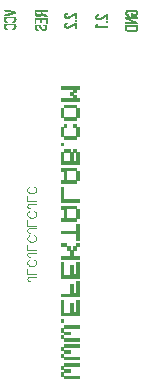
<source format=gbr>
G04 DipTrace 3.2.0.1*
G04 BottomSilk.gbr*
%MOIN*%
G04 #@! TF.FileFunction,Legend,Bot*
G04 #@! TF.Part,Single*
%ADD12C,0.003*%
%ADD13C,0.002625*%
%ADD31C,0.004632*%
%FSLAX26Y26*%
G04*
G70*
G90*
G75*
G01*
G04 BotSilk*
%LPD*%
X-224058Y707260D2*
D13*
X-217496D1*
X-224058Y705948D2*
X-210940D1*
X-224058Y704635D2*
X-204444D1*
X-217293Y703323D2*
X-198260D1*
X-210406Y702010D2*
X-192938D1*
X-203501Y700698D2*
X-189063D1*
X-196690Y699386D2*
X-186298D1*
X-189937Y698073D2*
X-185053D1*
X-196096Y696761D2*
X-185128D1*
X-202585Y695449D2*
X-187985D1*
X-209086Y694136D2*
X-192147D1*
X-214868Y692824D2*
X-197451D1*
X-219168Y691512D2*
X-203440D1*
X-222257Y690199D2*
X-209764D1*
X-223283Y688887D2*
X-216232D1*
X-224058Y687575D2*
X-222745D1*
X-218808Y683638D2*
X-191249D1*
X-220671Y682325D2*
X-189381D1*
X-222141Y681013D2*
X-187865D1*
X-223277Y679701D2*
X-217183D1*
X-191254D2*
X-186728D1*
X-223680Y678388D2*
X-219043D1*
X-189999D2*
X-185886D1*
X-223898Y677076D2*
X-220474D1*
X-188951D2*
X-185301D1*
X-223995Y675764D2*
X-220966D1*
X-188156D2*
X-184972D1*
X-224030Y674451D2*
X-221171D1*
X-188113D2*
X-184855D1*
X-223998Y673139D2*
X-221166D1*
X-188624D2*
X-184956D1*
X-223826Y671827D2*
X-220395D1*
X-189350D2*
X-185293D1*
X-223411Y670514D2*
X-218589D1*
X-190878D2*
X-185848D1*
X-222796Y669202D2*
X-216675D1*
X-192486D2*
X-186706D1*
X-221392Y667890D2*
X-214962D1*
X-193775D2*
X-188100D1*
X-219556Y666577D2*
X-214177D1*
X-194597D2*
X-190143D1*
X-217496Y665265D2*
X-213559D1*
X-195186D2*
X-192562D1*
X-218808Y660016D2*
X-191249D1*
X-220671Y658703D2*
X-189381D1*
X-222141Y657391D2*
X-187865D1*
X-223277Y656079D2*
X-217183D1*
X-191254D2*
X-186728D1*
X-223680Y654766D2*
X-219043D1*
X-189999D2*
X-185886D1*
X-223898Y653454D2*
X-220474D1*
X-188951D2*
X-185301D1*
X-223995Y652142D2*
X-220966D1*
X-188156D2*
X-184972D1*
X-224030Y650829D2*
X-221171D1*
X-188113D2*
X-184855D1*
X-223998Y649517D2*
X-221166D1*
X-188624D2*
X-184956D1*
X-223826Y648205D2*
X-220395D1*
X-189350D2*
X-185293D1*
X-223411Y646892D2*
X-218589D1*
X-190878D2*
X-185848D1*
X-222796Y645580D2*
X-216675D1*
X-192486D2*
X-186706D1*
X-221392Y644268D2*
X-214962D1*
X-193775D2*
X-188100D1*
X-219556Y642955D2*
X-214177D1*
X-194597D2*
X-190143D1*
X-217496Y641643D2*
X-213559D1*
X-195186D2*
X-192562D1*
X-17234Y696367D2*
X-11984D1*
X12950D2*
X16887D1*
X-19097Y695055D2*
X-12620D1*
X10779D2*
X16887D1*
X-20566Y693743D2*
X-14309D1*
X8591D2*
X16887D1*
X-21702Y692430D2*
X-16193D1*
X6383D2*
X16887D1*
X-22105Y691118D2*
X-17774D1*
X4206D2*
X11688D1*
X14262D2*
X16887D1*
X-22323Y689806D2*
X-19010D1*
X2022D2*
X9236D1*
X14262D2*
X16887D1*
X-22420Y688493D2*
X-19434D1*
X-193D2*
X6972D1*
X14262D2*
X16887D1*
X-22455Y687181D2*
X-19676D1*
X-2486D2*
X4852D1*
X14262D2*
X16887D1*
X-22418Y685869D2*
X-19237D1*
X-5251D2*
X2770D1*
X14262D2*
X16887D1*
X-22200Y684556D2*
X-17005D1*
X-9084D2*
X598D1*
X14262D2*
X16887D1*
X-21778Y683244D2*
X-13535D1*
X-14146D2*
X-1792D1*
X14262D2*
X16887D1*
X-20589Y681932D2*
X-4474D1*
X14262D2*
X16887D1*
X-19023Y680619D2*
X-7480D1*
X14262D2*
X16887D1*
X-17234Y679307D2*
X-10672D1*
X14262D2*
X16887D1*
X12950Y672745D2*
X16887D1*
X12950Y671433D2*
X16887D1*
X12950Y670121D2*
X16887D1*
X-17234Y663559D2*
X-11984D1*
X12950D2*
X16887D1*
X-19097Y662247D2*
X-12620D1*
X10779D2*
X16887D1*
X-20566Y660934D2*
X-14309D1*
X8591D2*
X16887D1*
X-21702Y659622D2*
X-16193D1*
X6383D2*
X16887D1*
X-22105Y658310D2*
X-17774D1*
X4206D2*
X11688D1*
X14262D2*
X16887D1*
X-22323Y656997D2*
X-19010D1*
X2022D2*
X9236D1*
X14262D2*
X16887D1*
X-22420Y655685D2*
X-19434D1*
X-193D2*
X6972D1*
X14262D2*
X16887D1*
X-22455Y654373D2*
X-19676D1*
X-2486D2*
X4852D1*
X14262D2*
X16887D1*
X-22418Y653060D2*
X-19237D1*
X-5251D2*
X2770D1*
X14262D2*
X16887D1*
X-22200Y651748D2*
X-17005D1*
X-9084D2*
X598D1*
X14262D2*
X16887D1*
X-21778Y650436D2*
X-13535D1*
X-14146D2*
X-1792D1*
X14262D2*
X16887D1*
X-20589Y649123D2*
X-4474D1*
X14262D2*
X16887D1*
X-19023Y647811D2*
X-7480D1*
X14262D2*
X16887D1*
X-17234Y646499D2*
X-10672D1*
X14262D2*
X16887D1*
X-120908Y705554D2*
X-81538D1*
X-120908Y704241D2*
X-81538D1*
X-120908Y702929D2*
X-81538D1*
X-120908Y701617D2*
X-118283D1*
X-101223D2*
X-98598D1*
X-120908Y700304D2*
X-118283D1*
X-101223D2*
X-98598D1*
X-120908Y698992D2*
X-118283D1*
X-101223D2*
X-98588D1*
X-120908Y697680D2*
X-118283D1*
X-101228D2*
X-98475D1*
X-120908Y696367D2*
X-118278D1*
X-101279D2*
X-98199D1*
X-120903Y695055D2*
X-118181D1*
X-101403D2*
X-96891D1*
X-120852Y693743D2*
X-117919D1*
X-102092D2*
X-94015D1*
X-120633Y692430D2*
X-116032D1*
X-105111D2*
X-90645D1*
X-120101Y691118D2*
X-110501D1*
X-110318D2*
X-87347D1*
X-119233Y689806D2*
X-100152D1*
X-95974D2*
X-84734D1*
X-118145Y688493D2*
X-101925D1*
X-92037D2*
X-82775D1*
X-116971Y687181D2*
X-103848D1*
X-88100D2*
X-82073D1*
X-84163Y685869D2*
X-81538D1*
X-120908Y679307D2*
X-81538D1*
X-120908Y677995D2*
X-81538D1*
X-120908Y676682D2*
X-81538D1*
X-120908Y675370D2*
X-118283D1*
X-102535D2*
X-99911D1*
X-84163D2*
X-81538D1*
X-120908Y674058D2*
X-118283D1*
X-102535D2*
X-99911D1*
X-84163D2*
X-81538D1*
X-120908Y672745D2*
X-118283D1*
X-102535D2*
X-99911D1*
X-84163D2*
X-81538D1*
X-120908Y671433D2*
X-118283D1*
X-102535D2*
X-99911D1*
X-84163D2*
X-81538D1*
X-120908Y670121D2*
X-118283D1*
X-102535D2*
X-99911D1*
X-84163D2*
X-81538D1*
X-120908Y668808D2*
X-118283D1*
X-102535D2*
X-99911D1*
X-84163D2*
X-81538D1*
X-120908Y667496D2*
X-118289D1*
X-102535D2*
X-99911D1*
X-84163D2*
X-81538D1*
X-120908Y666184D2*
X-118339D1*
X-102535D2*
X-99911D1*
X-84163D2*
X-81538D1*
X-120908Y664871D2*
X-118541D1*
X-102535D2*
X-99911D1*
X-84163D2*
X-81538D1*
X-120908Y663559D2*
X-118990D1*
X-84163D2*
X-81538D1*
X-120908Y662247D2*
X-119596D1*
X-84163D2*
X-81538D1*
X-116971Y656997D2*
X-107785D1*
X-92037D2*
X-86787D1*
X-118228Y655685D2*
X-106075D1*
X-91401D2*
X-85368D1*
X-119321Y654373D2*
X-104757D1*
X-89757D2*
X-84243D1*
X-120101Y653060D2*
X-116713D1*
X-107790D2*
X-103766D1*
X-87995D2*
X-83354D1*
X-120543Y651748D2*
X-117481D1*
X-106524D2*
X-102959D1*
X-86561D2*
X-82641D1*
X-120758Y650436D2*
X-117920D1*
X-105384D2*
X-102238D1*
X-85528D2*
X-82114D1*
X-120850Y649123D2*
X-118133D1*
X-104432D2*
X-101517D1*
X-84851D2*
X-81808D1*
X-120887Y647811D2*
X-118215D1*
X-103628D2*
X-100722D1*
X-84412D2*
X-81700D1*
X-120896Y646499D2*
X-118139D1*
X-102905D2*
X-99787D1*
X-84426D2*
X-81800D1*
X-120849Y645186D2*
X-117880D1*
X-102218D2*
X-98726D1*
X-84999D2*
X-82092D1*
X-120627Y643874D2*
X-116403D1*
X-101500D2*
X-95843D1*
X-87316D2*
X-82475D1*
X-120203Y642562D2*
X-114427D1*
X-100619D2*
X-91219D1*
X-91150D2*
X-82968D1*
X-119014Y641249D2*
X-112597D1*
X-99398D2*
X-83642D1*
X-117448Y639937D2*
X-111342D1*
X-97793D2*
X-85120D1*
X-115659Y638625D2*
X-110409D1*
X-95974D2*
X-86787D1*
X-34470Y452995D2*
D12*
X27030D1*
X-34470Y451495D2*
X27030D1*
X-34470Y449995D2*
X27030D1*
X-34470Y448495D2*
X27030D1*
X-34470Y446995D2*
X27030D1*
X-34470Y445495D2*
X27030D1*
X-34470Y443995D2*
X27030D1*
X7530Y442495D2*
X16530D1*
X7530Y440995D2*
X16530D1*
X7530Y439495D2*
X16530D1*
X7530Y437995D2*
X16530D1*
X7530Y436495D2*
X16530D1*
X7530Y434995D2*
X16530D1*
X7530Y433495D2*
X16530D1*
X-2970Y431995D2*
X6030D1*
X-2970Y430495D2*
X6030D1*
X-2970Y428995D2*
X6030D1*
X-2970Y427495D2*
X6030D1*
X-2970Y425995D2*
X6030D1*
X-2970Y424495D2*
X6030D1*
X-2970Y422995D2*
X6030D1*
X7530Y421495D2*
X16530D1*
X7530Y419995D2*
X16530D1*
X7530Y418495D2*
X16530D1*
X7530Y416995D2*
X16530D1*
X7530Y415495D2*
X16530D1*
X7530Y413995D2*
X16530D1*
X7530Y412495D2*
X16530D1*
X-34470Y410995D2*
X27030D1*
X-34470Y409495D2*
X27030D1*
X-34470Y407995D2*
X27030D1*
X-34470Y406495D2*
X27030D1*
X-34470Y404995D2*
X27030D1*
X-34470Y403495D2*
X27030D1*
X-34470Y401995D2*
X27030D1*
X-23970Y389995D2*
X16530D1*
X-23970Y388495D2*
X16530D1*
X-23970Y386995D2*
X16530D1*
X-23970Y385495D2*
X16530D1*
X-23970Y383995D2*
X16530D1*
X-23970Y382495D2*
X16530D1*
X-23970Y380995D2*
X16530D1*
X-34470Y379495D2*
X-25470D1*
X18030D2*
X27030D1*
X-34470Y377995D2*
X-25470D1*
X18030D2*
X27030D1*
X-34470Y376495D2*
X-25470D1*
X18030D2*
X27030D1*
X-34470Y374995D2*
X-25470D1*
X18030D2*
X27030D1*
X-34470Y373495D2*
X-25470D1*
X18030D2*
X27030D1*
X-34470Y371995D2*
X-25470D1*
X18030D2*
X27030D1*
X-34470Y370495D2*
X-25470D1*
X18030D2*
X27030D1*
X-34470Y368995D2*
X-25470D1*
X18030D2*
X27030D1*
X-34470Y367495D2*
X-25470D1*
X18030D2*
X27030D1*
X-34470Y365995D2*
X-25470D1*
X18030D2*
X27030D1*
X-34470Y364495D2*
X-25470D1*
X18030D2*
X27030D1*
X-34470Y362995D2*
X-25470D1*
X18030D2*
X27030D1*
X-34470Y361495D2*
X-25470D1*
X18030D2*
X27030D1*
X-34470Y359995D2*
X-25470D1*
X18030D2*
X27030D1*
X-34470Y358495D2*
X-25470D1*
X18030D2*
X27030D1*
X-34470Y356995D2*
X-25470D1*
X18030D2*
X27030D1*
X-34470Y355495D2*
X-25470D1*
X18030D2*
X27030D1*
X-34470Y353995D2*
X-25470D1*
X18030D2*
X27030D1*
X-34470Y352495D2*
X-25470D1*
X18030D2*
X27030D1*
X-34470Y350995D2*
X-25470D1*
X18030D2*
X27030D1*
X-34470Y349495D2*
X-25470D1*
X18030D2*
X27030D1*
X-23970Y347995D2*
X16530D1*
X-23970Y346495D2*
X16530D1*
X-23970Y344995D2*
X16530D1*
X-23970Y343495D2*
X16530D1*
X-23970Y341995D2*
X16530D1*
X-23970Y340495D2*
X16530D1*
X-23970Y338995D2*
X16530D1*
X-23970Y326995D2*
X-14970D1*
X7530D2*
X16530D1*
X-23970Y325495D2*
X-14970D1*
X7530D2*
X16530D1*
X-23970Y323995D2*
X-14970D1*
X7530D2*
X16530D1*
X-23970Y322495D2*
X-14970D1*
X7530D2*
X16530D1*
X-23970Y320995D2*
X-14970D1*
X7530D2*
X16530D1*
X-23970Y319495D2*
X-14970D1*
X7530D2*
X16530D1*
X-23970Y317995D2*
X-14970D1*
X7530D2*
X16530D1*
X-34470Y316495D2*
X-25470D1*
X18030D2*
X27030D1*
X-34470Y314995D2*
X-25470D1*
X18030D2*
X27030D1*
X-34470Y313495D2*
X-25470D1*
X18030D2*
X27030D1*
X-34470Y311995D2*
X-25470D1*
X18030D2*
X27030D1*
X-34470Y310495D2*
X-25470D1*
X18030D2*
X27030D1*
X-34470Y308995D2*
X-25470D1*
X18030D2*
X27030D1*
X-34470Y307495D2*
X-25470D1*
X18030D2*
X27030D1*
X-34470Y305995D2*
X-25470D1*
X18030D2*
X27030D1*
X-34470Y304495D2*
X-25470D1*
X18030D2*
X27030D1*
X-34470Y302995D2*
X-25470D1*
X18030D2*
X27030D1*
X-34470Y301495D2*
X-25470D1*
X18030D2*
X27030D1*
X-34470Y299995D2*
X-25470D1*
X18030D2*
X27030D1*
X-34470Y298495D2*
X-25470D1*
X18030D2*
X27030D1*
X-34470Y296995D2*
X-25470D1*
X18030D2*
X27030D1*
X-34470Y295495D2*
X-25470D1*
X18030D2*
X27030D1*
X-34470Y293995D2*
X-25470D1*
X18030D2*
X27030D1*
X-34470Y292495D2*
X-25470D1*
X18030D2*
X27030D1*
X-34470Y290995D2*
X-25470D1*
X18030D2*
X27030D1*
X-34470Y289495D2*
X-25470D1*
X18030D2*
X27030D1*
X-34470Y287995D2*
X-25470D1*
X18030D2*
X27030D1*
X-34470Y286495D2*
X-25470D1*
X18030D2*
X27030D1*
X-23970Y284995D2*
X16530D1*
X-23970Y283495D2*
X16530D1*
X-23970Y281995D2*
X16530D1*
X-23970Y280495D2*
X16530D1*
X-23970Y278995D2*
X16530D1*
X-23970Y277495D2*
X16530D1*
X-23970Y275995D2*
X16530D1*
X-34470Y263995D2*
X-25470D1*
X-34470Y262495D2*
X-25470D1*
X-34470Y260995D2*
X-25470D1*
X-34470Y259495D2*
X-25470D1*
X-34470Y257995D2*
X-25470D1*
X-34470Y256495D2*
X-25470D1*
X-34470Y254995D2*
X-25470D1*
X-23970Y242995D2*
X-4470D1*
X7530D2*
X16530D1*
X-23970Y241495D2*
X-4470D1*
X7530D2*
X16530D1*
X-23970Y239995D2*
X-4470D1*
X7530D2*
X16530D1*
X-23970Y238495D2*
X-4470D1*
X7530D2*
X16530D1*
X-23970Y236995D2*
X-4470D1*
X7530D2*
X16530D1*
X-23970Y235495D2*
X-4470D1*
X7530D2*
X16530D1*
X-23970Y233995D2*
X-4470D1*
X7530D2*
X16530D1*
X-34470Y232495D2*
X-25470D1*
X-2970D2*
X6030D1*
X18030D2*
X27030D1*
X-34470Y230995D2*
X-25470D1*
X-2970D2*
X6030D1*
X18030D2*
X27030D1*
X-34470Y229495D2*
X-25470D1*
X-2970D2*
X6030D1*
X18030D2*
X27030D1*
X-34470Y227995D2*
X-25470D1*
X-2970D2*
X6030D1*
X18030D2*
X27030D1*
X-34470Y226495D2*
X-25470D1*
X-2970D2*
X6030D1*
X18030D2*
X27030D1*
X-34470Y224995D2*
X-25470D1*
X-2970D2*
X6030D1*
X18030D2*
X27030D1*
X-34470Y223495D2*
X-25470D1*
X-2970D2*
X6030D1*
X18030D2*
X27030D1*
X-34470Y221995D2*
X-25470D1*
X-2970D2*
X6030D1*
X18030D2*
X27030D1*
X-34470Y220495D2*
X-25470D1*
X-2970D2*
X6030D1*
X18030D2*
X27030D1*
X-34470Y218995D2*
X-25470D1*
X-2970D2*
X6030D1*
X18030D2*
X27030D1*
X-34470Y217495D2*
X-25470D1*
X-2970D2*
X6030D1*
X18030D2*
X27030D1*
X-34470Y215995D2*
X-25470D1*
X-2970D2*
X6030D1*
X18030D2*
X27030D1*
X-34470Y214495D2*
X-25470D1*
X-2970D2*
X6030D1*
X18030D2*
X27030D1*
X-34470Y212995D2*
X-25470D1*
X-2970D2*
X6030D1*
X18030D2*
X27030D1*
X-34470Y211495D2*
X-25470D1*
X-2970D2*
X6030D1*
X18030D2*
X27030D1*
X-34470Y209995D2*
X-25470D1*
X-2970D2*
X6030D1*
X18030D2*
X27030D1*
X-34470Y208495D2*
X-25470D1*
X-2970D2*
X6030D1*
X18030D2*
X27030D1*
X-34470Y206995D2*
X-25470D1*
X-2970D2*
X6030D1*
X18030D2*
X27030D1*
X-34470Y205495D2*
X-25470D1*
X-2970D2*
X6030D1*
X18030D2*
X27030D1*
X-34470Y203995D2*
X-25470D1*
X-2970D2*
X6030D1*
X18030D2*
X27030D1*
X-34470Y202495D2*
X-25470D1*
X-2970D2*
X6030D1*
X18030D2*
X27030D1*
X-34470Y200995D2*
X27030D1*
X-34470Y199495D2*
X27030D1*
X-34470Y197995D2*
X27030D1*
X-34470Y196495D2*
X27030D1*
X-34470Y194995D2*
X27030D1*
X-34470Y193495D2*
X27030D1*
X-34470Y191995D2*
X27030D1*
X-34470Y179995D2*
X16530D1*
X-34470Y178495D2*
X16530D1*
X-34470Y176995D2*
X16530D1*
X-34470Y175495D2*
X16530D1*
X-34470Y173995D2*
X16530D1*
X-34470Y172495D2*
X16530D1*
X-34470Y170995D2*
X16530D1*
X-23970Y169495D2*
X-14970D1*
X18030D2*
X27030D1*
X-23970Y167995D2*
X-14970D1*
X18030D2*
X27030D1*
X-23970Y166495D2*
X-14970D1*
X18030D2*
X27030D1*
X-23970Y164995D2*
X-14970D1*
X18030D2*
X27030D1*
X-23970Y163495D2*
X-14970D1*
X18030D2*
X27030D1*
X-23970Y161995D2*
X-14970D1*
X18030D2*
X27030D1*
X-23970Y160495D2*
X-14970D1*
X18030D2*
X27030D1*
X-23970Y158995D2*
X-14970D1*
X18030D2*
X27030D1*
X-23970Y157495D2*
X-14970D1*
X18030D2*
X27030D1*
X-23970Y155995D2*
X-14970D1*
X18030D2*
X27030D1*
X-23970Y154495D2*
X-14970D1*
X18030D2*
X27030D1*
X-23970Y152995D2*
X-14970D1*
X18030D2*
X27030D1*
X-23970Y151495D2*
X-14970D1*
X18030D2*
X27030D1*
X-23970Y149995D2*
X-14970D1*
X18030D2*
X27030D1*
X-23970Y148495D2*
X-14970D1*
X18030D2*
X27030D1*
X-23970Y146995D2*
X-14970D1*
X18030D2*
X27030D1*
X-23970Y145495D2*
X-14970D1*
X18030D2*
X27030D1*
X-23970Y143995D2*
X-14970D1*
X18030D2*
X27030D1*
X-23970Y142495D2*
X-14970D1*
X18030D2*
X27030D1*
X-23970Y140995D2*
X-14970D1*
X18030D2*
X27030D1*
X-23970Y139495D2*
X-14970D1*
X18030D2*
X27030D1*
X-34470Y137995D2*
X16530D1*
X-34470Y136495D2*
X16530D1*
X-34470Y134995D2*
X16530D1*
X-34470Y133495D2*
X16530D1*
X-34470Y131995D2*
X16530D1*
X-34470Y130495D2*
X16530D1*
X-34470Y128995D2*
X16530D1*
X-34470Y116995D2*
X-25470D1*
X-34470Y115495D2*
X-25470D1*
X-34470Y113995D2*
X-25470D1*
X-34470Y112495D2*
X-25470D1*
X-34470Y110995D2*
X-25470D1*
X-34470Y109495D2*
X-25470D1*
X-34470Y107995D2*
X-25470D1*
X-34470Y106495D2*
X-25470D1*
X-34470Y104995D2*
X-25470D1*
X-34470Y103495D2*
X-25470D1*
X-34470Y101995D2*
X-25470D1*
X-34470Y100495D2*
X-25470D1*
X-34470Y98995D2*
X-25470D1*
X-34470Y97495D2*
X-25470D1*
X-34470Y95995D2*
X-25470D1*
X-34470Y94495D2*
X-25470D1*
X-34470Y92995D2*
X-25470D1*
X-34470Y91495D2*
X-25470D1*
X-34470Y89995D2*
X-25470D1*
X-34470Y88495D2*
X-25470D1*
X-34470Y86995D2*
X-25470D1*
X-34470Y85495D2*
X-25470D1*
X-34470Y83995D2*
X-25470D1*
X-34470Y82495D2*
X-25470D1*
X-34470Y80995D2*
X-25470D1*
X-34470Y79495D2*
X-25470D1*
X-34470Y77995D2*
X-25470D1*
X-34470Y76495D2*
X-25470D1*
X-34470Y74995D2*
X27030D1*
X-34470Y73495D2*
X27030D1*
X-34470Y71995D2*
X27030D1*
X-34470Y70495D2*
X27030D1*
X-34470Y68995D2*
X27030D1*
X-34470Y67495D2*
X27030D1*
X-34470Y65995D2*
X27030D1*
X-34470Y53995D2*
X16530D1*
X-34470Y52495D2*
X16530D1*
X-34470Y50995D2*
X16530D1*
X-34470Y49495D2*
X16530D1*
X-34470Y47995D2*
X16530D1*
X-34470Y46495D2*
X16530D1*
X-34470Y44995D2*
X16530D1*
X-23970Y43495D2*
X-14970D1*
X18030D2*
X27030D1*
X-23970Y41995D2*
X-14970D1*
X18030D2*
X27030D1*
X-23970Y40495D2*
X-14970D1*
X18030D2*
X27030D1*
X-23970Y38995D2*
X-14970D1*
X18030D2*
X27030D1*
X-23970Y37495D2*
X-14970D1*
X18030D2*
X27030D1*
X-23970Y35995D2*
X-14970D1*
X18030D2*
X27030D1*
X-23970Y34495D2*
X-14970D1*
X18030D2*
X27030D1*
X-23970Y32995D2*
X-14970D1*
X18030D2*
X27030D1*
X-23970Y31495D2*
X-14970D1*
X18030D2*
X27030D1*
X-23970Y29995D2*
X-14970D1*
X18030D2*
X27030D1*
X-23970Y28495D2*
X-14970D1*
X18030D2*
X27030D1*
X-23970Y26995D2*
X-14970D1*
X18030D2*
X27030D1*
X-23970Y25495D2*
X-14970D1*
X18030D2*
X27030D1*
X-23970Y23995D2*
X-14970D1*
X18030D2*
X27030D1*
X-23970Y22495D2*
X-14970D1*
X18030D2*
X27030D1*
X-23970Y20995D2*
X-14970D1*
X18030D2*
X27030D1*
X-23970Y19495D2*
X-14970D1*
X18030D2*
X27030D1*
X-23970Y17995D2*
X-14970D1*
X18030D2*
X27030D1*
X-23970Y16495D2*
X-14970D1*
X18030D2*
X27030D1*
X-23970Y14995D2*
X-14970D1*
X18030D2*
X27030D1*
X-23970Y13495D2*
X-14970D1*
X18030D2*
X27030D1*
X-34470Y11995D2*
X16530D1*
X-34470Y10495D2*
X16530D1*
X-34470Y8995D2*
X16530D1*
X-34470Y7495D2*
X16530D1*
X-34470Y5995D2*
X16530D1*
X-34470Y4495D2*
X16530D1*
X-34470Y2995D2*
X16530D1*
X18030Y-9005D2*
X27030D1*
X18030Y-10505D2*
X27030D1*
X18030Y-12005D2*
X27030D1*
X18030Y-13505D2*
X27030D1*
X18030Y-15005D2*
X27030D1*
X18030Y-16505D2*
X27030D1*
X18030Y-18005D2*
X27030D1*
X18030Y-19505D2*
X27030D1*
X18030Y-21005D2*
X27030D1*
X18030Y-22505D2*
X27030D1*
X18030Y-24005D2*
X27030D1*
X18030Y-25505D2*
X27030D1*
X18030Y-27005D2*
X27030D1*
X18030Y-28505D2*
X27030D1*
X-34470Y-30005D2*
X27030D1*
X-34470Y-31505D2*
X27030D1*
X-34470Y-33005D2*
X27030D1*
X-34470Y-34505D2*
X27030D1*
X-34470Y-36005D2*
X27030D1*
X-34470Y-37505D2*
X27030D1*
X-34470Y-39005D2*
X27030D1*
X18030Y-40505D2*
X27030D1*
X18030Y-42005D2*
X27030D1*
X18030Y-43505D2*
X27030D1*
X18030Y-45005D2*
X27030D1*
X18030Y-46505D2*
X27030D1*
X18030Y-48005D2*
X27030D1*
X18030Y-49505D2*
X27030D1*
X18030Y-51005D2*
X27030D1*
X18030Y-52505D2*
X27030D1*
X18030Y-54005D2*
X27030D1*
X18030Y-55505D2*
X27030D1*
X18030Y-57005D2*
X27030D1*
X18030Y-58505D2*
X27030D1*
X18030Y-60005D2*
X27030D1*
X-34470Y-72005D2*
X-14970D1*
X18030D2*
X27030D1*
X-34470Y-73505D2*
X-14970D1*
X18030D2*
X27030D1*
X-34470Y-75005D2*
X-14970D1*
X18030D2*
X27030D1*
X-34470Y-76505D2*
X-14970D1*
X18030D2*
X27030D1*
X-34470Y-78005D2*
X-14970D1*
X18030D2*
X27030D1*
X-34470Y-79505D2*
X-14970D1*
X18030D2*
X27030D1*
X-34470Y-81005D2*
X-14970D1*
X18030D2*
X27030D1*
X-13470Y-82505D2*
X-4470D1*
X7530D2*
X16530D1*
X-13470Y-84005D2*
X-4470D1*
X7530D2*
X16530D1*
X-13470Y-85505D2*
X-4470D1*
X7530D2*
X16530D1*
X-13470Y-87005D2*
X-4470D1*
X7530D2*
X16530D1*
X-13470Y-88505D2*
X-4470D1*
X7530D2*
X16530D1*
X-13470Y-90005D2*
X-4470D1*
X7530D2*
X16530D1*
X-13470Y-91505D2*
X-4470D1*
X7530D2*
X16530D1*
X-2970Y-93005D2*
X6030D1*
X-2970Y-94505D2*
X6030D1*
X-2970Y-96005D2*
X6030D1*
X-2970Y-97505D2*
X6030D1*
X-2970Y-99005D2*
X6030D1*
X-2970Y-100505D2*
X6030D1*
X-2970Y-102005D2*
X6030D1*
X-2970Y-103505D2*
X6030D1*
X-2970Y-105005D2*
X6030D1*
X-2970Y-106505D2*
X6030D1*
X-2970Y-108005D2*
X6030D1*
X-2970Y-109505D2*
X6030D1*
X-2970Y-111005D2*
X6030D1*
X-2970Y-112505D2*
X6030D1*
X-34470Y-114005D2*
X27030D1*
X-34470Y-115505D2*
X27030D1*
X-34470Y-117005D2*
X27030D1*
X-34470Y-118505D2*
X27030D1*
X-34470Y-120005D2*
X27030D1*
X-34470Y-121505D2*
X27030D1*
X-34470Y-123005D2*
X27030D1*
X-34470Y-135005D2*
X-25470D1*
X18030D2*
X27030D1*
X-34470Y-136505D2*
X-25470D1*
X18030D2*
X27030D1*
X-34470Y-138005D2*
X-25470D1*
X18030D2*
X27030D1*
X-34470Y-139505D2*
X-25470D1*
X18030D2*
X27030D1*
X-34470Y-141005D2*
X-25470D1*
X18030D2*
X27030D1*
X-34470Y-142505D2*
X-25470D1*
X18030D2*
X27030D1*
X-34470Y-144005D2*
X-25470D1*
X18030D2*
X27030D1*
X-34470Y-145505D2*
X-25470D1*
X-2970D2*
X6030D1*
X18030D2*
X27030D1*
X-34470Y-147005D2*
X-25470D1*
X-2970D2*
X6030D1*
X18030D2*
X27030D1*
X-34470Y-148505D2*
X-25470D1*
X-2970D2*
X6030D1*
X18030D2*
X27030D1*
X-34470Y-150005D2*
X-25470D1*
X-2970D2*
X6030D1*
X18030D2*
X27030D1*
X-34470Y-151505D2*
X-25470D1*
X-2970D2*
X6030D1*
X18030D2*
X27030D1*
X-34470Y-153005D2*
X-25470D1*
X-2970D2*
X6030D1*
X18030D2*
X27030D1*
X-34470Y-154505D2*
X-25470D1*
X-2970D2*
X6030D1*
X18030D2*
X27030D1*
X-34470Y-156005D2*
X-25470D1*
X-2970D2*
X6030D1*
X18030D2*
X27030D1*
X-34470Y-157505D2*
X-25470D1*
X-2970D2*
X6030D1*
X18030D2*
X27030D1*
X-34470Y-159005D2*
X-25470D1*
X-2970D2*
X6030D1*
X18030D2*
X27030D1*
X-34470Y-160505D2*
X-25470D1*
X-2970D2*
X6030D1*
X18030D2*
X27030D1*
X-34470Y-162005D2*
X-25470D1*
X-2970D2*
X6030D1*
X18030D2*
X27030D1*
X-34470Y-163505D2*
X-25470D1*
X-2970D2*
X6030D1*
X18030D2*
X27030D1*
X-34470Y-165005D2*
X-25470D1*
X-2970D2*
X6030D1*
X18030D2*
X27030D1*
X-34470Y-166505D2*
X-25470D1*
X-2970D2*
X6030D1*
X18030D2*
X27030D1*
X-34470Y-168005D2*
X-25470D1*
X-2970D2*
X6030D1*
X18030D2*
X27030D1*
X-34470Y-169505D2*
X-25470D1*
X-2970D2*
X6030D1*
X18030D2*
X27030D1*
X-34470Y-171005D2*
X-25470D1*
X-2970D2*
X6030D1*
X18030D2*
X27030D1*
X-34470Y-172505D2*
X-25470D1*
X-2970D2*
X6030D1*
X18030D2*
X27030D1*
X-34470Y-174005D2*
X-25470D1*
X-2970D2*
X6030D1*
X18030D2*
X27030D1*
X-34470Y-175505D2*
X-25470D1*
X-2970D2*
X6030D1*
X18030D2*
X27030D1*
X-34470Y-177005D2*
X27030D1*
X-34470Y-178505D2*
X27030D1*
X-34470Y-180005D2*
X27030D1*
X-34470Y-181505D2*
X27030D1*
X-34470Y-183005D2*
X27030D1*
X-34470Y-184505D2*
X27030D1*
X-34470Y-186005D2*
X27030D1*
X18030Y-198005D2*
X27030D1*
X18030Y-199505D2*
X27030D1*
X18030Y-201005D2*
X27030D1*
X18030Y-202505D2*
X27030D1*
X18030Y-204005D2*
X27030D1*
X18030Y-205505D2*
X27030D1*
X18030Y-207005D2*
X27030D1*
X-2970Y-208505D2*
X6030D1*
X18030D2*
X27030D1*
X-2970Y-210005D2*
X6030D1*
X18030D2*
X27030D1*
X-2970Y-211505D2*
X6030D1*
X18030D2*
X27030D1*
X-2970Y-213005D2*
X6030D1*
X18030D2*
X27030D1*
X-2970Y-214505D2*
X6030D1*
X18030D2*
X27030D1*
X-2970Y-216005D2*
X6030D1*
X18030D2*
X27030D1*
X-2970Y-217505D2*
X6030D1*
X18030D2*
X27030D1*
X-2970Y-219005D2*
X6030D1*
X18030D2*
X27030D1*
X-2970Y-220505D2*
X6030D1*
X18030D2*
X27030D1*
X-2970Y-222005D2*
X6030D1*
X18030D2*
X27030D1*
X-2970Y-223505D2*
X6030D1*
X18030D2*
X27030D1*
X-2970Y-225005D2*
X6030D1*
X18030D2*
X27030D1*
X-2970Y-226505D2*
X6030D1*
X18030D2*
X27030D1*
X-2970Y-228005D2*
X6030D1*
X18030D2*
X27030D1*
X-2970Y-229505D2*
X6030D1*
X18030D2*
X27030D1*
X-2970Y-231005D2*
X6030D1*
X18030D2*
X27030D1*
X-2970Y-232505D2*
X6030D1*
X18030D2*
X27030D1*
X-2970Y-234005D2*
X6030D1*
X18030D2*
X27030D1*
X-2970Y-235505D2*
X6030D1*
X18030D2*
X27030D1*
X-2970Y-237005D2*
X6030D1*
X18030D2*
X27030D1*
X-2970Y-238505D2*
X6030D1*
X18030D2*
X27030D1*
X-34470Y-240005D2*
X27030D1*
X-34470Y-241505D2*
X27030D1*
X-34470Y-243005D2*
X27030D1*
X-34470Y-244505D2*
X27030D1*
X-34470Y-246005D2*
X27030D1*
X-34470Y-247505D2*
X27030D1*
X-34470Y-249005D2*
X27030D1*
X-34470Y-261005D2*
X-25470D1*
X18030D2*
X27030D1*
X-34470Y-262505D2*
X-25470D1*
X18030D2*
X27030D1*
X-34470Y-264005D2*
X-25470D1*
X18030D2*
X27030D1*
X-34470Y-265505D2*
X-25470D1*
X18030D2*
X27030D1*
X-34470Y-267005D2*
X-25470D1*
X18030D2*
X27030D1*
X-34470Y-268505D2*
X-25470D1*
X18030D2*
X27030D1*
X-34470Y-270005D2*
X-25470D1*
X18030D2*
X27030D1*
X-34470Y-271505D2*
X-25470D1*
X-2970D2*
X6030D1*
X18030D2*
X27030D1*
X-34470Y-273005D2*
X-25470D1*
X-2970D2*
X6030D1*
X18030D2*
X27030D1*
X-34470Y-274505D2*
X-25470D1*
X-2970D2*
X6030D1*
X18030D2*
X27030D1*
X-34470Y-276005D2*
X-25470D1*
X-2970D2*
X6030D1*
X18030D2*
X27030D1*
X-34470Y-277505D2*
X-25470D1*
X-2970D2*
X6030D1*
X18030D2*
X27030D1*
X-34470Y-279005D2*
X-25470D1*
X-2970D2*
X6030D1*
X18030D2*
X27030D1*
X-34470Y-280505D2*
X-25470D1*
X-2970D2*
X6030D1*
X18030D2*
X27030D1*
X-34470Y-282005D2*
X-25470D1*
X-2970D2*
X6030D1*
X18030D2*
X27030D1*
X-34470Y-283505D2*
X-25470D1*
X-2970D2*
X6030D1*
X18030D2*
X27030D1*
X-34470Y-285005D2*
X-25470D1*
X-2970D2*
X6030D1*
X18030D2*
X27030D1*
X-34470Y-286505D2*
X-25470D1*
X-2970D2*
X6030D1*
X18030D2*
X27030D1*
X-34470Y-288005D2*
X-25470D1*
X-2970D2*
X6030D1*
X18030D2*
X27030D1*
X-34470Y-289505D2*
X-25470D1*
X-2970D2*
X6030D1*
X18030D2*
X27030D1*
X-34470Y-291005D2*
X-25470D1*
X-2970D2*
X6030D1*
X18030D2*
X27030D1*
X-34470Y-292505D2*
X-25470D1*
X-2970D2*
X6030D1*
X18030D2*
X27030D1*
X-34470Y-294005D2*
X-25470D1*
X-2970D2*
X6030D1*
X18030D2*
X27030D1*
X-34470Y-295505D2*
X-25470D1*
X-2970D2*
X6030D1*
X18030D2*
X27030D1*
X-34470Y-297005D2*
X-25470D1*
X-2970D2*
X6030D1*
X18030D2*
X27030D1*
X-34470Y-298505D2*
X-25470D1*
X-2970D2*
X6030D1*
X18030D2*
X27030D1*
X-34470Y-300005D2*
X-25470D1*
X-2970D2*
X6030D1*
X18030D2*
X27030D1*
X-34470Y-301505D2*
X-25470D1*
X-2970D2*
X6030D1*
X18030D2*
X27030D1*
X-34470Y-303005D2*
X27030D1*
X-34470Y-304505D2*
X27030D1*
X-34470Y-306005D2*
X27030D1*
X-34470Y-307505D2*
X27030D1*
X-34470Y-309005D2*
X27030D1*
X-34470Y-310505D2*
X27030D1*
X-34470Y-312005D2*
X27030D1*
X-34470Y-324005D2*
X-25470D1*
X-34470Y-325505D2*
X-25470D1*
X-34470Y-327005D2*
X-25470D1*
X-34470Y-328505D2*
X-25470D1*
X-34470Y-330005D2*
X-25470D1*
X-34470Y-331505D2*
X-25470D1*
X-34470Y-333005D2*
X-25470D1*
X-23970Y-345005D2*
X27030D1*
X-23970Y-346505D2*
X27030D1*
X-23970Y-348005D2*
X27030D1*
X-23970Y-349505D2*
X27030D1*
X-23970Y-351005D2*
X27030D1*
X-23970Y-352505D2*
X27030D1*
X-23970Y-354005D2*
X27030D1*
X-34470Y-355505D2*
X-25470D1*
X-34470Y-357005D2*
X-25470D1*
X-34470Y-358505D2*
X-25470D1*
X-34470Y-360005D2*
X-25470D1*
X-34470Y-361505D2*
X-25470D1*
X-34470Y-363005D2*
X-25470D1*
X-34470Y-364505D2*
X-25470D1*
X-23970Y-366005D2*
X-4470D1*
X-23970Y-367505D2*
X-4470D1*
X-23970Y-369005D2*
X-4470D1*
X-23970Y-370505D2*
X-4470D1*
X-23970Y-372005D2*
X-4470D1*
X-23970Y-373505D2*
X-4470D1*
X-23970Y-375005D2*
X-4470D1*
X-34470Y-376505D2*
X-25470D1*
X-34470Y-378005D2*
X-25470D1*
X-34470Y-379505D2*
X-25470D1*
X-34470Y-381005D2*
X-25470D1*
X-34470Y-382505D2*
X-25470D1*
X-34470Y-384005D2*
X-25470D1*
X-34470Y-385505D2*
X-25470D1*
X-23970Y-387005D2*
X27030D1*
X-23970Y-388505D2*
X27030D1*
X-23970Y-390005D2*
X27030D1*
X-23970Y-391505D2*
X27030D1*
X-23970Y-393005D2*
X27030D1*
X-23970Y-394505D2*
X27030D1*
X-23970Y-396005D2*
X27030D1*
X-23970Y-408005D2*
X27030D1*
X-23970Y-409505D2*
X27030D1*
X-23970Y-411005D2*
X27030D1*
X-23970Y-412505D2*
X27030D1*
X-23970Y-414005D2*
X27030D1*
X-23970Y-415505D2*
X27030D1*
X-23970Y-417005D2*
X27030D1*
X-34470Y-418505D2*
X-25470D1*
X-34470Y-420005D2*
X-25470D1*
X-34470Y-421505D2*
X-25470D1*
X-34470Y-423005D2*
X-25470D1*
X-34470Y-424505D2*
X-25470D1*
X-34470Y-426005D2*
X-25470D1*
X-34470Y-427505D2*
X-25470D1*
X-23970Y-429005D2*
X-4470D1*
X-23970Y-430505D2*
X-4470D1*
X-23970Y-432005D2*
X-4470D1*
X-23970Y-433505D2*
X-4470D1*
X-23970Y-435005D2*
X-4470D1*
X-23970Y-436505D2*
X-4470D1*
X-23970Y-438005D2*
X-4470D1*
X-34470Y-439505D2*
X-25470D1*
X-34470Y-441005D2*
X-25470D1*
X-34470Y-442505D2*
X-25470D1*
X-34470Y-444005D2*
X-25470D1*
X-34470Y-445505D2*
X-25470D1*
X-34470Y-447005D2*
X-25470D1*
X-34470Y-448505D2*
X-25470D1*
X-23970Y-450005D2*
X27030D1*
X-23970Y-451505D2*
X27030D1*
X-23970Y-453005D2*
X27030D1*
X-23970Y-454505D2*
X27030D1*
X-23970Y-456005D2*
X27030D1*
X-23970Y-457505D2*
X27030D1*
X-23970Y-459005D2*
X27030D1*
X-23970Y-471005D2*
X27030D1*
X-23970Y-472505D2*
X27030D1*
X-23970Y-474005D2*
X27030D1*
X-23970Y-475505D2*
X27030D1*
X-23970Y-477005D2*
X27030D1*
X-23970Y-478505D2*
X27030D1*
X-23970Y-480005D2*
X27030D1*
X-34470Y-481505D2*
X-25470D1*
X-34470Y-483005D2*
X-25470D1*
X-34470Y-484505D2*
X-25470D1*
X-34470Y-486005D2*
X-25470D1*
X-34470Y-487505D2*
X-25470D1*
X-34470Y-489005D2*
X-25470D1*
X-34470Y-490505D2*
X-25470D1*
X-23970Y-492005D2*
X-4470D1*
X-23970Y-493505D2*
X-4470D1*
X-23970Y-495005D2*
X-4470D1*
X-23970Y-496505D2*
X-4470D1*
X-23970Y-498005D2*
X-4470D1*
X-23970Y-499505D2*
X-4470D1*
X-23970Y-501005D2*
X-4470D1*
X-34470Y-502505D2*
X-25470D1*
X-34470Y-504005D2*
X-25470D1*
X-34470Y-505505D2*
X-25470D1*
X-34470Y-507005D2*
X-25470D1*
X-34470Y-508505D2*
X-25470D1*
X-34470Y-510005D2*
X-25470D1*
X-34470Y-511505D2*
X-25470D1*
X-23970Y-513005D2*
X27030D1*
X-23970Y-514505D2*
X27030D1*
X-23970Y-516005D2*
X27030D1*
X-23970Y-517505D2*
X27030D1*
X-23970Y-519005D2*
X27030D1*
X-23970Y-520505D2*
X27030D1*
X-23970Y-522005D2*
X27030D1*
X186703Y705685D2*
D13*
X214262D1*
X184993Y704373D2*
X216131D1*
X183681Y703060D2*
X217647D1*
X182736Y701748D2*
X188329D1*
X214212D2*
X218784D1*
X182102Y700436D2*
X186468D1*
X215351D2*
X219626D1*
X181746Y699123D2*
X185038D1*
X216293D2*
X220211D1*
X181575Y697811D2*
X184546D1*
X217004D2*
X220540D1*
X181501Y696499D2*
X184335D1*
X217530D2*
X220657D1*
X181476Y695186D2*
X184325D1*
X199827D2*
X202451D1*
X217465D2*
X220555D1*
X181516Y693874D2*
X184978D1*
X199827D2*
X202451D1*
X216855D2*
X220218D1*
X181736Y692562D2*
X186616D1*
X199827D2*
X202451D1*
X214034D2*
X219674D1*
X182159Y691249D2*
X188502D1*
X199827D2*
X202451D1*
X208981D2*
X218916D1*
X183348Y689937D2*
X190113D1*
X199827D2*
X217928D1*
X184914Y688625D2*
X191176D1*
X199827D2*
X216782D1*
X186703Y687312D2*
X191953D1*
X199827D2*
X215575D1*
X181454Y680751D2*
X220824D1*
X181649Y679438D2*
X220824D1*
X182337Y678126D2*
X220824D1*
X184100Y676814D2*
X190848D1*
X186480Y675501D2*
X193845D1*
X189359Y674189D2*
X196981D1*
X192573Y672877D2*
X200196D1*
X195967Y671564D2*
X203452D1*
X199361Y670252D2*
X206722D1*
X202667Y668940D2*
X209990D1*
X205816Y667627D2*
X213166D1*
X208774Y666315D2*
X216007D1*
X181454Y665003D2*
X218196D1*
X181454Y663690D2*
X219689D1*
X181454Y662378D2*
X220824D1*
X181454Y654504D2*
X220824D1*
X181454Y653192D2*
X220824D1*
X181454Y651879D2*
X220824D1*
X181454Y650567D2*
X184079D1*
X218199D2*
X220824D1*
X181454Y649255D2*
X184079D1*
X218199D2*
X220824D1*
X181454Y647942D2*
X184079D1*
X218199D2*
X220824D1*
X181454Y646630D2*
X184079D1*
X218199D2*
X220824D1*
X181454Y645318D2*
X184084D1*
X218189D2*
X220819D1*
X181454Y644005D2*
X184135D1*
X218087D2*
X220773D1*
X181459Y642693D2*
X184353D1*
X217841D2*
X220601D1*
X181516Y641381D2*
X184881D1*
X216642D2*
X220230D1*
X181654Y640068D2*
X185721D1*
X214927D2*
X219625D1*
X182311Y638756D2*
X218664D1*
X183752Y637444D2*
X217248D1*
X185391Y636131D2*
X215575D1*
X85916Y691118D2*
X91165D1*
X116100D2*
X120037D1*
X84053Y689806D2*
X90530D1*
X113929D2*
X120037D1*
X82583Y688493D2*
X88841D1*
X111741D2*
X120037D1*
X81447Y687181D2*
X86957D1*
X109532D2*
X120037D1*
X81044Y685869D2*
X85376D1*
X107356D2*
X114837D1*
X117412D2*
X120037D1*
X80827Y684556D2*
X84139D1*
X105171D2*
X112386D1*
X117412D2*
X120037D1*
X80729Y683244D2*
X83716D1*
X102956D2*
X110122D1*
X117412D2*
X120037D1*
X80695Y681932D2*
X83474D1*
X100664D2*
X108001D1*
X117412D2*
X120037D1*
X80731Y680619D2*
X83912D1*
X97898D2*
X105920D1*
X117412D2*
X120037D1*
X80949Y679307D2*
X86145D1*
X94066D2*
X103748D1*
X117412D2*
X120037D1*
X81372Y677995D2*
X89615D1*
X89004D2*
X101358D1*
X117412D2*
X120037D1*
X82561Y676682D2*
X98676D1*
X117412D2*
X120037D1*
X84127Y675370D2*
X95669D1*
X117412D2*
X120037D1*
X85916Y674058D2*
X92478D1*
X117412D2*
X120037D1*
X116100Y667496D2*
X120037D1*
X116100Y666184D2*
X120037D1*
X116100Y664871D2*
X120037D1*
X83291Y659622D2*
X87228D1*
X82483Y658310D2*
X86124D1*
X81780Y656997D2*
X85188D1*
X81250Y655685D2*
X84434D1*
X80936Y654373D2*
X83881D1*
X80779Y653060D2*
X83536D1*
X80711Y651748D2*
X120037D1*
X80682Y650436D2*
X120037D1*
X80667Y649123D2*
X120037D1*
X-224058Y707260D2*
Y705948D1*
Y704635D1*
X-217293Y703323D1*
X-210406Y702010D1*
X-203501Y700698D1*
X-196690Y699386D1*
X-189937Y698073D1*
X-196096Y696761D1*
X-202585Y695449D1*
X-209086Y694136D1*
X-214868Y692824D1*
X-219168Y691512D1*
X-222257Y690199D1*
X-223283Y688887D1*
X-224058Y687575D1*
X-217496Y707260D2*
X-210940Y705948D1*
X-204444Y704635D1*
X-198260Y703323D1*
X-192938Y702010D1*
X-189063Y700698D1*
X-186298Y699386D1*
X-185053Y698073D1*
X-185128Y696761D1*
X-187985Y695449D1*
X-192147Y694136D1*
X-197451Y692824D1*
X-203440Y691512D1*
X-209764Y690199D1*
X-216232Y688887D1*
X-222745Y687575D1*
X-218808Y683638D2*
X-220671Y682325D1*
X-222141Y681013D1*
X-223277Y679701D1*
X-223680Y678388D1*
X-223898Y677076D1*
X-223995Y675764D1*
X-224030Y674451D1*
X-223998Y673139D1*
X-223826Y671827D1*
X-223411Y670514D1*
X-222796Y669202D1*
X-221392Y667890D1*
X-219556Y666577D1*
X-217496Y665265D1*
X-191249Y683638D2*
X-189381Y682325D1*
X-187865Y681013D1*
X-186728Y679701D1*
X-185886Y678388D1*
X-185301Y677076D1*
X-184972Y675764D1*
X-184855Y674451D1*
X-184956Y673139D1*
X-185293Y671827D1*
X-185848Y670514D1*
X-186706Y669202D1*
X-188100Y667890D1*
X-190143Y666577D1*
X-192562Y665265D1*
X-214871Y681013D2*
X-217183Y679701D1*
X-219043Y678388D1*
X-220474Y677076D1*
X-220966Y675764D1*
X-221171Y674451D1*
X-221166Y673139D1*
X-220395Y671827D1*
X-218589Y670514D1*
X-216675Y669202D1*
X-214962Y667890D1*
X-214177Y666577D1*
X-213559Y665265D1*
X-192562Y681013D2*
X-191254Y679701D1*
X-189999Y678388D1*
X-188951Y677076D1*
X-188156Y675764D1*
X-188113Y674451D1*
X-188624Y673139D1*
X-189350Y671827D1*
X-190878Y670514D1*
X-192486Y669202D1*
X-193775Y667890D1*
X-194597Y666577D1*
X-195186Y665265D1*
X-218808Y660016D2*
X-220671Y658703D1*
X-222141Y657391D1*
X-223277Y656079D1*
X-223680Y654766D1*
X-223898Y653454D1*
X-223995Y652142D1*
X-224030Y650829D1*
X-223998Y649517D1*
X-223826Y648205D1*
X-223411Y646892D1*
X-222796Y645580D1*
X-221392Y644268D1*
X-219556Y642955D1*
X-217496Y641643D1*
X-191249Y660016D2*
X-189381Y658703D1*
X-187865Y657391D1*
X-186728Y656079D1*
X-185886Y654766D1*
X-185301Y653454D1*
X-184972Y652142D1*
X-184855Y650829D1*
X-184956Y649517D1*
X-185293Y648205D1*
X-185848Y646892D1*
X-186706Y645580D1*
X-188100Y644268D1*
X-190143Y642955D1*
X-192562Y641643D1*
X-214871Y657391D2*
X-217183Y656079D1*
X-219043Y654766D1*
X-220474Y653454D1*
X-220966Y652142D1*
X-221171Y650829D1*
X-221166Y649517D1*
X-220395Y648205D1*
X-218589Y646892D1*
X-216675Y645580D1*
X-214962Y644268D1*
X-214177Y642955D1*
X-213559Y641643D1*
X-192562Y657391D2*
X-191254Y656079D1*
X-189999Y654766D1*
X-188951Y653454D1*
X-188156Y652142D1*
X-188113Y650829D1*
X-188624Y649517D1*
X-189350Y648205D1*
X-190878Y646892D1*
X-192486Y645580D1*
X-193775Y644268D1*
X-194597Y642955D1*
X-195186Y641643D1*
X-17234Y696367D2*
X-19097Y695055D1*
X-20566Y693743D1*
X-21702Y692430D1*
X-22105Y691118D1*
X-22323Y689806D1*
X-22420Y688493D1*
X-22455Y687181D1*
X-22418Y685869D1*
X-22200Y684556D1*
X-21778Y683244D1*
X-20589Y681932D1*
X-19023Y680619D1*
X-17234Y679307D1*
X-11984Y696367D2*
X-12620Y695055D1*
X-14309Y693743D1*
X-16193Y692430D1*
X-17774Y691118D1*
X-19010Y689806D1*
X-19434Y688493D1*
X-19676Y687181D1*
X-19237Y685869D1*
X-17005Y684556D1*
X-13535Y683244D1*
X-9360Y681932D1*
X12950Y696367D2*
X10779Y695055D1*
X8591Y693743D1*
X6383Y692430D1*
X4206Y691118D1*
X2022Y689806D1*
X-193Y688493D1*
X-2486Y687181D1*
X-5251Y685869D1*
X-9084Y684556D1*
X-14146Y683244D1*
X-19858Y681932D1*
X16887Y696367D2*
Y695055D1*
Y693743D1*
Y692430D1*
Y691118D1*
Y689806D1*
Y688493D1*
Y687181D1*
Y685869D1*
Y684556D1*
Y683244D1*
Y681932D1*
Y680619D1*
Y679307D1*
X14262Y692430D2*
X11688Y691118D1*
X9236Y689806D1*
X6972Y688493D1*
X4852Y687181D1*
X2770Y685869D1*
X598Y684556D1*
X-1792Y683244D1*
X-4474Y681932D1*
X-7480Y680619D1*
X-10672Y679307D1*
X14262Y692430D2*
Y691118D1*
Y689806D1*
Y688493D1*
Y687181D1*
Y685869D1*
Y684556D1*
Y683244D1*
Y681932D1*
Y680619D1*
Y679307D1*
X12950Y672745D2*
Y671433D1*
Y670121D1*
X16887Y672745D2*
Y671433D1*
Y670121D1*
X-17234Y663559D2*
X-19097Y662247D1*
X-20566Y660934D1*
X-21702Y659622D1*
X-22105Y658310D1*
X-22323Y656997D1*
X-22420Y655685D1*
X-22455Y654373D1*
X-22418Y653060D1*
X-22200Y651748D1*
X-21778Y650436D1*
X-20589Y649123D1*
X-19023Y647811D1*
X-17234Y646499D1*
X-11984Y663559D2*
X-12620Y662247D1*
X-14309Y660934D1*
X-16193Y659622D1*
X-17774Y658310D1*
X-19010Y656997D1*
X-19434Y655685D1*
X-19676Y654373D1*
X-19237Y653060D1*
X-17005Y651748D1*
X-13535Y650436D1*
X-9360Y649123D1*
X12950Y663559D2*
X10779Y662247D1*
X8591Y660934D1*
X6383Y659622D1*
X4206Y658310D1*
X2022Y656997D1*
X-193Y655685D1*
X-2486Y654373D1*
X-5251Y653060D1*
X-9084Y651748D1*
X-14146Y650436D1*
X-19858Y649123D1*
X16887Y663559D2*
Y662247D1*
Y660934D1*
Y659622D1*
Y658310D1*
Y656997D1*
Y655685D1*
Y654373D1*
Y653060D1*
Y651748D1*
Y650436D1*
Y649123D1*
Y647811D1*
Y646499D1*
X14262Y659622D2*
X11688Y658310D1*
X9236Y656997D1*
X6972Y655685D1*
X4852Y654373D1*
X2770Y653060D1*
X598Y651748D1*
X-1792Y650436D1*
X-4474Y649123D1*
X-7480Y647811D1*
X-10672Y646499D1*
X14262Y659622D2*
Y658310D1*
Y656997D1*
Y655685D1*
Y654373D1*
Y653060D1*
Y651748D1*
Y650436D1*
Y649123D1*
Y647811D1*
Y646499D1*
X-120908Y705554D2*
Y704241D1*
Y702929D1*
Y701617D1*
Y700304D1*
Y698992D1*
Y697680D1*
Y696367D1*
X-120903Y695055D1*
X-120852Y693743D1*
X-120633Y692430D1*
X-120101Y691118D1*
X-119233Y689806D1*
X-118145Y688493D1*
X-116971Y687181D1*
X-81538Y705554D2*
Y704241D1*
Y702929D1*
X-118283D2*
Y701617D1*
Y700304D1*
Y698992D1*
Y697680D1*
X-118278Y696367D1*
X-118181Y695055D1*
X-117919Y693743D1*
X-116032Y692430D1*
X-110501Y691118D1*
X-103848Y689806D1*
X-101223Y702929D2*
Y701617D1*
Y700304D1*
Y698992D1*
X-101228Y697680D1*
X-101279Y696367D1*
X-101403Y695055D1*
X-102092Y693743D1*
X-105111Y692430D1*
X-110318Y691118D1*
X-116971Y689806D1*
X-98598Y702929D2*
Y701617D1*
Y700304D1*
X-98588Y698992D1*
X-98475Y697680D1*
X-98199Y696367D1*
X-96891Y695055D1*
X-94015Y693743D1*
X-90645Y692430D1*
X-87347Y691118D1*
X-84734Y689806D1*
X-82775Y688493D1*
X-82073Y687181D1*
X-81538Y685869D1*
X-98598Y691118D2*
X-100152Y689806D1*
X-101925Y688493D1*
X-103848Y687181D1*
X-99911Y691118D2*
X-95974Y689806D1*
X-92037Y688493D1*
X-88100Y687181D1*
X-84163Y685869D1*
X-120908Y679307D2*
Y677995D1*
Y676682D1*
Y675370D1*
Y674058D1*
Y672745D1*
Y671433D1*
Y670121D1*
Y668808D1*
Y667496D1*
Y666184D1*
Y664871D1*
Y663559D1*
Y662247D1*
X-81538Y679307D2*
Y677995D1*
Y676682D1*
Y675370D1*
Y674058D1*
Y672745D1*
Y671433D1*
Y670121D1*
Y668808D1*
Y667496D1*
Y666184D1*
Y664871D1*
Y663559D1*
Y662247D1*
X-118283Y676682D2*
Y675370D1*
Y674058D1*
Y672745D1*
Y671433D1*
Y670121D1*
Y668808D1*
X-118289Y667496D1*
X-118339Y666184D1*
X-118541Y664871D1*
X-118990Y663559D1*
X-119596Y662247D1*
X-102535Y676682D2*
Y675370D1*
Y674058D1*
Y672745D1*
Y671433D1*
Y670121D1*
Y668808D1*
Y667496D1*
Y666184D1*
Y664871D1*
X-99911Y676682D2*
Y675370D1*
Y674058D1*
Y672745D1*
Y671433D1*
Y670121D1*
Y668808D1*
Y667496D1*
Y666184D1*
Y664871D1*
X-84163Y676682D2*
Y675370D1*
Y674058D1*
Y672745D1*
Y671433D1*
Y670121D1*
Y668808D1*
Y667496D1*
Y666184D1*
Y664871D1*
Y663559D1*
Y662247D1*
X-116971Y656997D2*
X-118228Y655685D1*
X-119321Y654373D1*
X-120101Y653060D1*
X-120543Y651748D1*
X-120758Y650436D1*
X-120850Y649123D1*
X-120887Y647811D1*
X-120896Y646499D1*
X-120849Y645186D1*
X-120627Y643874D1*
X-120203Y642562D1*
X-119014Y641249D1*
X-117448Y639937D1*
X-115659Y638625D1*
X-107785Y656997D2*
X-106075Y655685D1*
X-104757Y654373D1*
X-103766Y653060D1*
X-102959Y651748D1*
X-102238Y650436D1*
X-101517Y649123D1*
X-100722Y647811D1*
X-99787Y646499D1*
X-98726Y645186D1*
X-95843Y643874D1*
X-91219Y642562D1*
X-85475Y641249D1*
X-92037Y656997D2*
X-91401Y655685D1*
X-89757Y654373D1*
X-87995Y653060D1*
X-86561Y651748D1*
X-85528Y650436D1*
X-84851Y649123D1*
X-84412Y647811D1*
X-84426Y646499D1*
X-84999Y645186D1*
X-87316Y643874D1*
X-91150Y642562D1*
X-95974Y641249D1*
X-86787Y656997D2*
X-85368Y655685D1*
X-84243Y654373D1*
X-83354Y653060D1*
X-82641Y651748D1*
X-82114Y650436D1*
X-81808Y649123D1*
X-81700Y647811D1*
X-81800Y646499D1*
X-82092Y645186D1*
X-82475Y643874D1*
X-82968Y642562D1*
X-83642Y641249D1*
X-85120Y639937D1*
X-86787Y638625D1*
X-115659Y654373D2*
X-116713Y653060D1*
X-117481Y651748D1*
X-117920Y650436D1*
X-118133Y649123D1*
X-118215Y647811D1*
X-118139Y646499D1*
X-117880Y645186D1*
X-116403Y643874D1*
X-114427Y642562D1*
X-112597Y641249D1*
X-111342Y639937D1*
X-110409Y638625D1*
X-109097Y654373D2*
X-107790Y653060D1*
X-106524Y651748D1*
X-105384Y650436D1*
X-104432Y649123D1*
X-103628Y647811D1*
X-102905Y646499D1*
X-102218Y645186D1*
X-101500Y643874D1*
X-100619Y642562D1*
X-99398Y641249D1*
X-97793Y639937D1*
X-95974Y638625D1*
X-34470Y452995D2*
D12*
Y451495D1*
Y449995D1*
Y448495D1*
Y446995D1*
Y445495D1*
Y443995D1*
X27030Y452995D2*
Y451495D1*
Y449995D1*
Y448495D1*
Y446995D1*
Y445495D1*
Y443995D1*
Y442495D1*
X16530D1*
Y440995D1*
Y439495D1*
Y437995D1*
Y436495D1*
Y434995D1*
Y433495D1*
Y431995D1*
X6030D1*
Y430495D1*
Y428995D1*
Y427495D1*
Y425995D1*
Y424495D1*
Y422995D1*
X7530Y443995D2*
Y442495D1*
Y440995D1*
Y439495D1*
Y437995D1*
Y436495D1*
Y434995D1*
Y433495D1*
X-2970Y431995D2*
Y430495D1*
Y428995D1*
Y427495D1*
Y425995D1*
Y424495D1*
Y422995D1*
Y421495D1*
X7530D1*
Y419995D1*
Y418495D1*
Y416995D1*
Y415495D1*
Y413995D1*
Y412495D1*
Y410995D1*
X16530Y421495D2*
Y419995D1*
Y418495D1*
Y416995D1*
Y415495D1*
Y413995D1*
Y412495D1*
Y410995D1*
X27030D1*
Y409495D1*
Y407995D1*
Y406495D1*
Y404995D1*
Y403495D1*
Y401995D1*
X-34470Y410995D2*
Y409495D1*
Y407995D1*
Y406495D1*
Y404995D1*
Y403495D1*
Y401995D1*
X-23970Y389995D2*
Y388495D1*
Y386995D1*
Y385495D1*
Y383995D1*
Y382495D1*
Y380995D1*
X16530Y389995D2*
Y388495D1*
Y386995D1*
Y385495D1*
Y383995D1*
Y382495D1*
Y380995D1*
X-34470Y379495D2*
Y377995D1*
Y376495D1*
Y374995D1*
Y373495D1*
Y371995D1*
Y370495D1*
Y368995D1*
Y367495D1*
Y365995D1*
Y364495D1*
Y362995D1*
Y361495D1*
Y359995D1*
Y358495D1*
Y356995D1*
Y355495D1*
Y353995D1*
Y352495D1*
Y350995D1*
Y349495D1*
Y347995D1*
X-23970D1*
Y346495D1*
Y344995D1*
Y343495D1*
Y341995D1*
Y340495D1*
Y338995D1*
X-25470Y379495D2*
Y377995D1*
Y376495D1*
Y374995D1*
Y373495D1*
Y371995D1*
Y370495D1*
Y368995D1*
Y367495D1*
Y365995D1*
Y364495D1*
Y362995D1*
Y361495D1*
Y359995D1*
Y358495D1*
Y356995D1*
Y355495D1*
Y353995D1*
Y352495D1*
Y350995D1*
Y349495D1*
X18030Y379495D2*
Y377995D1*
Y376495D1*
Y374995D1*
Y373495D1*
Y371995D1*
Y370495D1*
Y368995D1*
Y367495D1*
Y365995D1*
Y364495D1*
Y362995D1*
Y361495D1*
Y359995D1*
Y358495D1*
Y356995D1*
Y355495D1*
Y353995D1*
Y352495D1*
Y350995D1*
Y349495D1*
X27030Y379495D2*
Y377995D1*
Y376495D1*
Y374995D1*
Y373495D1*
Y371995D1*
Y370495D1*
Y368995D1*
Y367495D1*
Y365995D1*
Y364495D1*
Y362995D1*
Y361495D1*
Y359995D1*
Y358495D1*
Y356995D1*
Y355495D1*
Y353995D1*
Y352495D1*
Y350995D1*
Y349495D1*
Y347995D1*
X16530D1*
Y346495D1*
Y344995D1*
Y343495D1*
Y341995D1*
Y340495D1*
Y338995D1*
X-23970Y326995D2*
Y325495D1*
Y323995D1*
Y322495D1*
Y320995D1*
Y319495D1*
Y317995D1*
X-14970Y326995D2*
Y325495D1*
Y323995D1*
Y322495D1*
Y320995D1*
Y319495D1*
Y317995D1*
Y316495D1*
X-25470D1*
Y314995D1*
Y313495D1*
Y311995D1*
Y310495D1*
Y308995D1*
Y307495D1*
Y305995D1*
Y304495D1*
Y302995D1*
Y301495D1*
Y299995D1*
Y298495D1*
Y296995D1*
Y295495D1*
Y293995D1*
Y292495D1*
Y290995D1*
Y289495D1*
Y287995D1*
Y286495D1*
X7530Y326995D2*
Y325495D1*
Y323995D1*
Y322495D1*
Y320995D1*
Y319495D1*
Y317995D1*
Y316495D1*
X18030D1*
Y314995D1*
Y313495D1*
Y311995D1*
Y310495D1*
Y308995D1*
Y307495D1*
Y305995D1*
Y304495D1*
Y302995D1*
Y301495D1*
Y299995D1*
Y298495D1*
Y296995D1*
Y295495D1*
Y293995D1*
Y292495D1*
Y290995D1*
Y289495D1*
Y287995D1*
Y286495D1*
X16530Y326995D2*
Y325495D1*
Y323995D1*
Y322495D1*
Y320995D1*
Y319495D1*
Y317995D1*
X-34470Y316495D2*
Y314995D1*
Y313495D1*
Y311995D1*
Y310495D1*
Y308995D1*
Y307495D1*
Y305995D1*
Y304495D1*
Y302995D1*
Y301495D1*
Y299995D1*
Y298495D1*
Y296995D1*
Y295495D1*
Y293995D1*
Y292495D1*
Y290995D1*
Y289495D1*
Y287995D1*
Y286495D1*
Y284995D1*
X-23970D1*
Y283495D1*
Y281995D1*
Y280495D1*
Y278995D1*
Y277495D1*
Y275995D1*
X27030Y316495D2*
Y314995D1*
Y313495D1*
Y311995D1*
Y310495D1*
Y308995D1*
Y307495D1*
Y305995D1*
Y304495D1*
Y302995D1*
Y301495D1*
Y299995D1*
Y298495D1*
Y296995D1*
Y295495D1*
Y293995D1*
Y292495D1*
Y290995D1*
Y289495D1*
Y287995D1*
Y286495D1*
Y284995D1*
X16530D1*
Y283495D1*
Y281995D1*
Y280495D1*
Y278995D1*
Y277495D1*
Y275995D1*
X-34470Y263995D2*
Y262495D1*
Y260995D1*
Y259495D1*
Y257995D1*
Y256495D1*
Y254995D1*
X-25470Y263995D2*
Y262495D1*
Y260995D1*
Y259495D1*
Y257995D1*
Y256495D1*
Y254995D1*
X-23970Y242995D2*
Y241495D1*
Y239995D1*
Y238495D1*
Y236995D1*
Y235495D1*
Y233995D1*
X-4470Y242995D2*
Y241495D1*
Y239995D1*
Y238495D1*
Y236995D1*
Y235495D1*
Y233995D1*
X7530Y242995D2*
Y241495D1*
Y239995D1*
Y238495D1*
Y236995D1*
Y235495D1*
Y233995D1*
Y232495D1*
X18030D1*
Y230995D1*
Y229495D1*
Y227995D1*
Y226495D1*
Y224995D1*
Y223495D1*
Y221995D1*
Y220495D1*
Y218995D1*
Y217495D1*
Y215995D1*
Y214495D1*
Y212995D1*
Y211495D1*
Y209995D1*
Y208495D1*
Y206995D1*
Y205495D1*
Y203995D1*
Y202495D1*
X7530Y200995D1*
X16530Y242995D2*
Y241495D1*
Y239995D1*
Y238495D1*
Y236995D1*
Y235495D1*
Y233995D1*
Y232495D1*
X6030D1*
Y230995D1*
Y229495D1*
Y227995D1*
Y226495D1*
Y224995D1*
Y223495D1*
Y221995D1*
Y220495D1*
Y218995D1*
Y217495D1*
Y215995D1*
Y214495D1*
Y212995D1*
Y211495D1*
Y209995D1*
Y208495D1*
Y206995D1*
Y205495D1*
Y203995D1*
Y202495D1*
X16530Y200995D1*
X-34470Y232495D2*
Y230995D1*
Y229495D1*
Y227995D1*
Y226495D1*
Y224995D1*
Y223495D1*
Y221995D1*
Y220495D1*
Y218995D1*
Y217495D1*
Y215995D1*
Y214495D1*
Y212995D1*
Y211495D1*
Y209995D1*
Y208495D1*
Y206995D1*
Y205495D1*
Y203995D1*
Y202495D1*
Y200995D1*
Y199495D1*
Y197995D1*
Y196495D1*
Y194995D1*
Y193495D1*
Y191995D1*
X-25470Y232495D2*
Y230995D1*
Y229495D1*
Y227995D1*
Y226495D1*
Y224995D1*
Y223495D1*
Y221995D1*
Y220495D1*
Y218995D1*
Y217495D1*
Y215995D1*
Y214495D1*
Y212995D1*
Y211495D1*
Y209995D1*
Y208495D1*
Y206995D1*
Y205495D1*
Y203995D1*
Y202495D1*
Y200995D1*
X-2970Y232495D2*
Y230995D1*
Y229495D1*
Y227995D1*
Y226495D1*
Y224995D1*
Y223495D1*
Y221995D1*
Y220495D1*
Y218995D1*
Y217495D1*
Y215995D1*
Y214495D1*
Y212995D1*
Y211495D1*
Y209995D1*
Y208495D1*
Y206995D1*
Y205495D1*
Y203995D1*
Y202495D1*
Y200995D1*
X27030Y232495D2*
Y230995D1*
Y229495D1*
Y227995D1*
Y226495D1*
Y224995D1*
Y223495D1*
Y221995D1*
Y220495D1*
Y218995D1*
Y217495D1*
Y215995D1*
Y214495D1*
Y212995D1*
Y211495D1*
Y209995D1*
Y208495D1*
Y206995D1*
Y205495D1*
Y203995D1*
Y202495D1*
Y200995D1*
Y199495D1*
Y197995D1*
Y196495D1*
Y194995D1*
Y193495D1*
Y191995D1*
X-34470Y179995D2*
Y178495D1*
Y176995D1*
Y175495D1*
Y173995D1*
Y172495D1*
Y170995D1*
Y169495D1*
X-23970D1*
Y167995D1*
Y166495D1*
Y164995D1*
Y163495D1*
Y161995D1*
Y160495D1*
Y158995D1*
Y157495D1*
Y155995D1*
Y154495D1*
Y152995D1*
Y151495D1*
Y149995D1*
Y148495D1*
Y146995D1*
Y145495D1*
Y143995D1*
Y142495D1*
Y140995D1*
Y139495D1*
Y137995D1*
X-34470D1*
Y136495D1*
Y134995D1*
Y133495D1*
Y131995D1*
Y130495D1*
Y128995D1*
X16530Y179995D2*
Y178495D1*
Y176995D1*
Y175495D1*
Y173995D1*
Y172495D1*
Y170995D1*
X-14970D2*
Y169495D1*
Y167995D1*
Y166495D1*
Y164995D1*
Y163495D1*
Y161995D1*
Y160495D1*
Y158995D1*
Y157495D1*
Y155995D1*
Y154495D1*
Y152995D1*
Y151495D1*
Y149995D1*
Y148495D1*
Y146995D1*
Y145495D1*
Y143995D1*
Y142495D1*
Y140995D1*
Y139495D1*
Y137995D1*
X18030Y169495D2*
Y167995D1*
Y166495D1*
Y164995D1*
Y163495D1*
Y161995D1*
Y160495D1*
Y158995D1*
Y157495D1*
Y155995D1*
Y154495D1*
Y152995D1*
Y151495D1*
Y149995D1*
Y148495D1*
Y146995D1*
Y145495D1*
Y143995D1*
Y142495D1*
Y140995D1*
Y139495D1*
X27030Y169495D2*
Y167995D1*
Y166495D1*
Y164995D1*
Y163495D1*
Y161995D1*
Y160495D1*
Y158995D1*
Y157495D1*
Y155995D1*
Y154495D1*
Y152995D1*
Y151495D1*
Y149995D1*
Y148495D1*
Y146995D1*
Y145495D1*
Y143995D1*
Y142495D1*
Y140995D1*
Y139495D1*
Y137995D1*
X16530D1*
Y136495D1*
Y134995D1*
Y133495D1*
Y131995D1*
Y130495D1*
Y128995D1*
X-34470Y116995D2*
Y115495D1*
Y113995D1*
Y112495D1*
Y110995D1*
Y109495D1*
Y107995D1*
Y106495D1*
Y104995D1*
Y103495D1*
Y101995D1*
Y100495D1*
Y98995D1*
Y97495D1*
Y95995D1*
Y94495D1*
Y92995D1*
Y91495D1*
Y89995D1*
Y88495D1*
Y86995D1*
Y85495D1*
Y83995D1*
Y82495D1*
Y80995D1*
Y79495D1*
Y77995D1*
Y76495D1*
Y74995D1*
Y73495D1*
Y71995D1*
Y70495D1*
Y68995D1*
Y67495D1*
Y65995D1*
X-25470Y116995D2*
Y115495D1*
Y113995D1*
Y112495D1*
Y110995D1*
Y109495D1*
Y107995D1*
Y106495D1*
Y104995D1*
Y103495D1*
Y101995D1*
Y100495D1*
Y98995D1*
Y97495D1*
Y95995D1*
Y94495D1*
Y92995D1*
Y91495D1*
Y89995D1*
Y88495D1*
Y86995D1*
Y85495D1*
Y83995D1*
Y82495D1*
Y80995D1*
Y79495D1*
Y77995D1*
Y76495D1*
Y74995D1*
X27030D2*
Y73495D1*
Y71995D1*
Y70495D1*
Y68995D1*
Y67495D1*
Y65995D1*
X-34470Y53995D2*
Y52495D1*
Y50995D1*
Y49495D1*
Y47995D1*
Y46495D1*
Y44995D1*
Y43495D1*
X-23970D1*
Y41995D1*
Y40495D1*
Y38995D1*
Y37495D1*
Y35995D1*
Y34495D1*
Y32995D1*
Y31495D1*
Y29995D1*
Y28495D1*
Y26995D1*
Y25495D1*
Y23995D1*
Y22495D1*
Y20995D1*
Y19495D1*
Y17995D1*
Y16495D1*
Y14995D1*
Y13495D1*
Y11995D1*
X-34470D1*
Y10495D1*
Y8995D1*
Y7495D1*
Y5995D1*
Y4495D1*
Y2995D1*
X16530Y53995D2*
Y52495D1*
Y50995D1*
Y49495D1*
Y47995D1*
Y46495D1*
Y44995D1*
X-14970D2*
Y43495D1*
Y41995D1*
Y40495D1*
Y38995D1*
Y37495D1*
Y35995D1*
Y34495D1*
Y32995D1*
Y31495D1*
Y29995D1*
Y28495D1*
Y26995D1*
Y25495D1*
Y23995D1*
Y22495D1*
Y20995D1*
Y19495D1*
Y17995D1*
Y16495D1*
Y14995D1*
Y13495D1*
Y11995D1*
X18030Y43495D2*
Y41995D1*
Y40495D1*
Y38995D1*
Y37495D1*
Y35995D1*
Y34495D1*
Y32995D1*
Y31495D1*
Y29995D1*
Y28495D1*
Y26995D1*
Y25495D1*
Y23995D1*
Y22495D1*
Y20995D1*
Y19495D1*
Y17995D1*
Y16495D1*
Y14995D1*
Y13495D1*
X27030Y43495D2*
Y41995D1*
Y40495D1*
Y38995D1*
Y37495D1*
Y35995D1*
Y34495D1*
Y32995D1*
Y31495D1*
Y29995D1*
Y28495D1*
Y26995D1*
Y25495D1*
Y23995D1*
Y22495D1*
Y20995D1*
Y19495D1*
Y17995D1*
Y16495D1*
Y14995D1*
Y13495D1*
Y11995D1*
X16530D1*
Y10495D1*
Y8995D1*
Y7495D1*
Y5995D1*
Y4495D1*
Y2995D1*
X18030Y-9005D2*
Y-10505D1*
Y-12005D1*
Y-13505D1*
Y-15005D1*
Y-16505D1*
Y-18005D1*
Y-19505D1*
Y-21005D1*
Y-22505D1*
Y-24005D1*
Y-25505D1*
Y-27005D1*
Y-28505D1*
Y-30005D1*
X27030Y-9005D2*
Y-10505D1*
Y-12005D1*
Y-13505D1*
Y-15005D1*
Y-16505D1*
Y-18005D1*
Y-19505D1*
Y-21005D1*
Y-22505D1*
Y-24005D1*
Y-25505D1*
Y-27005D1*
Y-28505D1*
Y-30005D1*
Y-31505D1*
Y-33005D1*
Y-34505D1*
Y-36005D1*
Y-37505D1*
Y-39005D1*
Y-40505D1*
Y-42005D1*
Y-43505D1*
Y-45005D1*
Y-46505D1*
Y-48005D1*
Y-49505D1*
Y-51005D1*
Y-52505D1*
Y-54005D1*
Y-55505D1*
Y-57005D1*
Y-58505D1*
Y-60005D1*
X-34470Y-30005D2*
Y-31505D1*
Y-33005D1*
Y-34505D1*
Y-36005D1*
Y-37505D1*
Y-39005D1*
X18030D2*
Y-40505D1*
Y-42005D1*
Y-43505D1*
Y-45005D1*
Y-46505D1*
Y-48005D1*
Y-49505D1*
Y-51005D1*
Y-52505D1*
Y-54005D1*
Y-55505D1*
Y-57005D1*
Y-58505D1*
Y-60005D1*
X-34470Y-72005D2*
Y-73505D1*
Y-75005D1*
Y-76505D1*
Y-78005D1*
Y-79505D1*
Y-81005D1*
X-14970Y-72005D2*
Y-73505D1*
Y-75005D1*
Y-76505D1*
Y-78005D1*
Y-79505D1*
Y-81005D1*
X18030Y-72005D2*
Y-73505D1*
Y-75005D1*
Y-76505D1*
Y-78005D1*
Y-79505D1*
Y-81005D1*
X27030Y-72005D2*
Y-73505D1*
Y-75005D1*
Y-76505D1*
Y-78005D1*
Y-79505D1*
Y-81005D1*
Y-82505D1*
X16530D1*
Y-84005D1*
Y-85505D1*
Y-87005D1*
Y-88505D1*
Y-90005D1*
Y-91505D1*
Y-93005D1*
X6030D1*
Y-94505D1*
Y-96005D1*
Y-97505D1*
Y-99005D1*
Y-100505D1*
Y-102005D1*
Y-103505D1*
Y-105005D1*
Y-106505D1*
Y-108005D1*
Y-109505D1*
Y-111005D1*
Y-112505D1*
Y-114005D1*
X-13470Y-82505D2*
Y-84005D1*
Y-85505D1*
Y-87005D1*
Y-88505D1*
Y-90005D1*
Y-91505D1*
Y-93005D1*
X-2970D1*
Y-94505D1*
Y-96005D1*
Y-97505D1*
Y-99005D1*
Y-100505D1*
Y-102005D1*
Y-103505D1*
Y-105005D1*
Y-106505D1*
Y-108005D1*
Y-109505D1*
Y-111005D1*
Y-112505D1*
Y-114005D1*
X-4470Y-82505D2*
Y-84005D1*
Y-85505D1*
Y-87005D1*
Y-88505D1*
Y-90005D1*
Y-91505D1*
X7530Y-82505D2*
Y-84005D1*
Y-85505D1*
Y-87005D1*
Y-88505D1*
Y-90005D1*
Y-91505D1*
X-34470Y-114005D2*
Y-115505D1*
Y-117005D1*
Y-118505D1*
Y-120005D1*
Y-121505D1*
Y-123005D1*
X27030Y-114005D2*
Y-115505D1*
Y-117005D1*
Y-118505D1*
Y-120005D1*
Y-121505D1*
Y-123005D1*
X-34470Y-135005D2*
Y-136505D1*
Y-138005D1*
Y-139505D1*
Y-141005D1*
Y-142505D1*
Y-144005D1*
Y-145505D1*
Y-147005D1*
Y-148505D1*
Y-150005D1*
Y-151505D1*
Y-153005D1*
Y-154505D1*
Y-156005D1*
Y-157505D1*
Y-159005D1*
Y-160505D1*
Y-162005D1*
Y-163505D1*
Y-165005D1*
Y-166505D1*
Y-168005D1*
Y-169505D1*
Y-171005D1*
Y-172505D1*
Y-174005D1*
Y-175505D1*
Y-177005D1*
Y-178505D1*
Y-180005D1*
Y-181505D1*
Y-183005D1*
Y-184505D1*
Y-186005D1*
X-25470Y-135005D2*
Y-136505D1*
Y-138005D1*
Y-139505D1*
Y-141005D1*
Y-142505D1*
Y-144005D1*
Y-145505D1*
Y-147005D1*
Y-148505D1*
Y-150005D1*
Y-151505D1*
Y-153005D1*
Y-154505D1*
Y-156005D1*
Y-157505D1*
Y-159005D1*
Y-160505D1*
Y-162005D1*
Y-163505D1*
Y-165005D1*
Y-166505D1*
Y-168005D1*
Y-169505D1*
Y-171005D1*
Y-172505D1*
Y-174005D1*
Y-175505D1*
Y-177005D1*
X18030Y-135005D2*
Y-136505D1*
Y-138005D1*
Y-139505D1*
Y-141005D1*
Y-142505D1*
Y-144005D1*
Y-145505D1*
Y-147005D1*
Y-148505D1*
Y-150005D1*
Y-151505D1*
Y-153005D1*
Y-154505D1*
Y-156005D1*
Y-157505D1*
Y-159005D1*
Y-160505D1*
Y-162005D1*
Y-163505D1*
Y-165005D1*
Y-166505D1*
Y-168005D1*
Y-169505D1*
Y-171005D1*
Y-172505D1*
Y-174005D1*
Y-175505D1*
X7530Y-177005D1*
X27030Y-135005D2*
Y-136505D1*
Y-138005D1*
Y-139505D1*
Y-141005D1*
Y-142505D1*
Y-144005D1*
Y-145505D1*
Y-147005D1*
Y-148505D1*
Y-150005D1*
Y-151505D1*
Y-153005D1*
Y-154505D1*
Y-156005D1*
Y-157505D1*
Y-159005D1*
Y-160505D1*
Y-162005D1*
Y-163505D1*
Y-165005D1*
Y-166505D1*
Y-168005D1*
Y-169505D1*
Y-171005D1*
Y-172505D1*
Y-174005D1*
Y-175505D1*
Y-177005D1*
Y-178505D1*
Y-180005D1*
Y-181505D1*
Y-183005D1*
Y-184505D1*
Y-186005D1*
X-2970Y-145505D2*
Y-147005D1*
Y-148505D1*
Y-150005D1*
Y-151505D1*
Y-153005D1*
Y-154505D1*
Y-156005D1*
Y-157505D1*
Y-159005D1*
Y-160505D1*
Y-162005D1*
Y-163505D1*
Y-165005D1*
Y-166505D1*
Y-168005D1*
Y-169505D1*
Y-171005D1*
Y-172505D1*
Y-174005D1*
Y-175505D1*
Y-177005D1*
X6030Y-145505D2*
Y-147005D1*
Y-148505D1*
Y-150005D1*
Y-151505D1*
Y-153005D1*
Y-154505D1*
Y-156005D1*
Y-157505D1*
Y-159005D1*
Y-160505D1*
Y-162005D1*
Y-163505D1*
Y-165005D1*
Y-166505D1*
Y-168005D1*
Y-169505D1*
Y-171005D1*
Y-172505D1*
Y-174005D1*
Y-175505D1*
X16530Y-177005D1*
X18030Y-198005D2*
Y-199505D1*
Y-201005D1*
Y-202505D1*
Y-204005D1*
Y-205505D1*
Y-207005D1*
Y-208505D1*
Y-210005D1*
Y-211505D1*
Y-213005D1*
Y-214505D1*
Y-216005D1*
Y-217505D1*
Y-219005D1*
Y-220505D1*
Y-222005D1*
Y-223505D1*
Y-225005D1*
Y-226505D1*
Y-228005D1*
Y-229505D1*
Y-231005D1*
Y-232505D1*
Y-234005D1*
Y-235505D1*
Y-237005D1*
Y-238505D1*
X7530Y-240005D1*
X27030Y-198005D2*
Y-199505D1*
Y-201005D1*
Y-202505D1*
Y-204005D1*
Y-205505D1*
Y-207005D1*
Y-208505D1*
Y-210005D1*
Y-211505D1*
Y-213005D1*
Y-214505D1*
Y-216005D1*
Y-217505D1*
Y-219005D1*
Y-220505D1*
Y-222005D1*
Y-223505D1*
Y-225005D1*
Y-226505D1*
Y-228005D1*
Y-229505D1*
Y-231005D1*
Y-232505D1*
Y-234005D1*
Y-235505D1*
Y-237005D1*
Y-238505D1*
Y-240005D1*
Y-241505D1*
Y-243005D1*
Y-244505D1*
Y-246005D1*
Y-247505D1*
Y-249005D1*
X-2970Y-208505D2*
Y-210005D1*
Y-211505D1*
Y-213005D1*
Y-214505D1*
Y-216005D1*
Y-217505D1*
Y-219005D1*
Y-220505D1*
Y-222005D1*
Y-223505D1*
Y-225005D1*
Y-226505D1*
Y-228005D1*
Y-229505D1*
Y-231005D1*
Y-232505D1*
Y-234005D1*
Y-235505D1*
Y-237005D1*
Y-238505D1*
Y-240005D1*
X6030Y-208505D2*
Y-210005D1*
Y-211505D1*
Y-213005D1*
Y-214505D1*
Y-216005D1*
Y-217505D1*
Y-219005D1*
Y-220505D1*
Y-222005D1*
Y-223505D1*
Y-225005D1*
Y-226505D1*
Y-228005D1*
Y-229505D1*
Y-231005D1*
Y-232505D1*
Y-234005D1*
Y-235505D1*
Y-237005D1*
Y-238505D1*
X16530Y-240005D1*
X-34470D2*
Y-241505D1*
Y-243005D1*
Y-244505D1*
Y-246005D1*
Y-247505D1*
Y-249005D1*
Y-261005D2*
Y-262505D1*
Y-264005D1*
Y-265505D1*
Y-267005D1*
Y-268505D1*
Y-270005D1*
Y-271505D1*
Y-273005D1*
Y-274505D1*
Y-276005D1*
Y-277505D1*
Y-279005D1*
Y-280505D1*
Y-282005D1*
Y-283505D1*
Y-285005D1*
Y-286505D1*
Y-288005D1*
Y-289505D1*
Y-291005D1*
Y-292505D1*
Y-294005D1*
Y-295505D1*
Y-297005D1*
Y-298505D1*
Y-300005D1*
Y-301505D1*
Y-303005D1*
Y-304505D1*
Y-306005D1*
Y-307505D1*
Y-309005D1*
Y-310505D1*
Y-312005D1*
X-25470Y-261005D2*
Y-262505D1*
Y-264005D1*
Y-265505D1*
Y-267005D1*
Y-268505D1*
Y-270005D1*
Y-271505D1*
Y-273005D1*
Y-274505D1*
Y-276005D1*
Y-277505D1*
Y-279005D1*
Y-280505D1*
Y-282005D1*
Y-283505D1*
Y-285005D1*
Y-286505D1*
Y-288005D1*
Y-289505D1*
Y-291005D1*
Y-292505D1*
Y-294005D1*
Y-295505D1*
Y-297005D1*
Y-298505D1*
Y-300005D1*
Y-301505D1*
Y-303005D1*
X18030Y-261005D2*
Y-262505D1*
Y-264005D1*
Y-265505D1*
Y-267005D1*
Y-268505D1*
Y-270005D1*
Y-271505D1*
Y-273005D1*
Y-274505D1*
Y-276005D1*
Y-277505D1*
Y-279005D1*
Y-280505D1*
Y-282005D1*
Y-283505D1*
Y-285005D1*
Y-286505D1*
Y-288005D1*
Y-289505D1*
Y-291005D1*
Y-292505D1*
Y-294005D1*
Y-295505D1*
Y-297005D1*
Y-298505D1*
Y-300005D1*
Y-301505D1*
X7530Y-303005D1*
X27030Y-261005D2*
Y-262505D1*
Y-264005D1*
Y-265505D1*
Y-267005D1*
Y-268505D1*
Y-270005D1*
Y-271505D1*
Y-273005D1*
Y-274505D1*
Y-276005D1*
Y-277505D1*
Y-279005D1*
Y-280505D1*
Y-282005D1*
Y-283505D1*
Y-285005D1*
Y-286505D1*
Y-288005D1*
Y-289505D1*
Y-291005D1*
Y-292505D1*
Y-294005D1*
Y-295505D1*
Y-297005D1*
Y-298505D1*
Y-300005D1*
Y-301505D1*
Y-303005D1*
Y-304505D1*
Y-306005D1*
Y-307505D1*
Y-309005D1*
Y-310505D1*
Y-312005D1*
X-2970Y-271505D2*
Y-273005D1*
Y-274505D1*
Y-276005D1*
Y-277505D1*
Y-279005D1*
Y-280505D1*
Y-282005D1*
Y-283505D1*
Y-285005D1*
Y-286505D1*
Y-288005D1*
Y-289505D1*
Y-291005D1*
Y-292505D1*
Y-294005D1*
Y-295505D1*
Y-297005D1*
Y-298505D1*
Y-300005D1*
Y-301505D1*
Y-303005D1*
X6030Y-271505D2*
Y-273005D1*
Y-274505D1*
Y-276005D1*
Y-277505D1*
Y-279005D1*
Y-280505D1*
Y-282005D1*
Y-283505D1*
Y-285005D1*
Y-286505D1*
Y-288005D1*
Y-289505D1*
Y-291005D1*
Y-292505D1*
Y-294005D1*
Y-295505D1*
Y-297005D1*
Y-298505D1*
Y-300005D1*
Y-301505D1*
X16530Y-303005D1*
X-34470Y-324005D2*
Y-325505D1*
Y-327005D1*
Y-328505D1*
Y-330005D1*
Y-331505D1*
Y-333005D1*
X-25470Y-324005D2*
Y-325505D1*
Y-327005D1*
Y-328505D1*
Y-330005D1*
Y-331505D1*
Y-333005D1*
X-23970Y-345005D2*
Y-346505D1*
Y-348005D1*
Y-349505D1*
Y-351005D1*
Y-352505D1*
Y-354005D1*
X27030Y-345005D2*
Y-346505D1*
Y-348005D1*
Y-349505D1*
Y-351005D1*
Y-352505D1*
Y-354005D1*
X-34470Y-355505D2*
Y-357005D1*
Y-358505D1*
Y-360005D1*
Y-361505D1*
Y-363005D1*
Y-364505D1*
Y-366005D1*
X-23970D1*
Y-367505D1*
Y-369005D1*
Y-370505D1*
Y-372005D1*
Y-373505D1*
Y-375005D1*
X-25470Y-355505D2*
Y-357005D1*
Y-358505D1*
Y-360005D1*
Y-361505D1*
Y-363005D1*
Y-364505D1*
X-4470Y-366005D2*
Y-367505D1*
Y-369005D1*
Y-370505D1*
Y-372005D1*
Y-373505D1*
Y-375005D1*
X-34470Y-376505D2*
Y-378005D1*
Y-379505D1*
Y-381005D1*
Y-382505D1*
Y-384005D1*
Y-385505D1*
Y-387005D1*
X-23970D1*
Y-388505D1*
Y-390005D1*
Y-391505D1*
Y-393005D1*
Y-394505D1*
Y-396005D1*
X-25470Y-376505D2*
Y-378005D1*
Y-379505D1*
Y-381005D1*
Y-382505D1*
Y-384005D1*
Y-385505D1*
X27030Y-387005D2*
Y-388505D1*
Y-390005D1*
Y-391505D1*
Y-393005D1*
Y-394505D1*
Y-396005D1*
X-23970Y-408005D2*
Y-409505D1*
Y-411005D1*
Y-412505D1*
Y-414005D1*
Y-415505D1*
Y-417005D1*
X27030Y-408005D2*
Y-409505D1*
Y-411005D1*
Y-412505D1*
Y-414005D1*
Y-415505D1*
Y-417005D1*
X-34470Y-418505D2*
Y-420005D1*
Y-421505D1*
Y-423005D1*
Y-424505D1*
Y-426005D1*
Y-427505D1*
Y-429005D1*
X-23970D1*
Y-430505D1*
Y-432005D1*
Y-433505D1*
Y-435005D1*
Y-436505D1*
Y-438005D1*
X-25470Y-418505D2*
Y-420005D1*
Y-421505D1*
Y-423005D1*
Y-424505D1*
Y-426005D1*
Y-427505D1*
X-4470Y-429005D2*
Y-430505D1*
Y-432005D1*
Y-433505D1*
Y-435005D1*
Y-436505D1*
Y-438005D1*
X-34470Y-439505D2*
Y-441005D1*
Y-442505D1*
Y-444005D1*
Y-445505D1*
Y-447005D1*
Y-448505D1*
Y-450005D1*
X-23970D1*
Y-451505D1*
Y-453005D1*
Y-454505D1*
Y-456005D1*
Y-457505D1*
Y-459005D1*
X-25470Y-439505D2*
Y-441005D1*
Y-442505D1*
Y-444005D1*
Y-445505D1*
Y-447005D1*
Y-448505D1*
X27030Y-450005D2*
Y-451505D1*
Y-453005D1*
Y-454505D1*
Y-456005D1*
Y-457505D1*
Y-459005D1*
X-23970Y-471005D2*
Y-472505D1*
Y-474005D1*
Y-475505D1*
Y-477005D1*
Y-478505D1*
Y-480005D1*
X27030Y-471005D2*
Y-472505D1*
Y-474005D1*
Y-475505D1*
Y-477005D1*
Y-478505D1*
Y-480005D1*
X-34470Y-481505D2*
Y-483005D1*
Y-484505D1*
Y-486005D1*
Y-487505D1*
Y-489005D1*
Y-490505D1*
Y-492005D1*
X-23970D1*
Y-493505D1*
Y-495005D1*
Y-496505D1*
Y-498005D1*
Y-499505D1*
Y-501005D1*
X-25470Y-481505D2*
Y-483005D1*
Y-484505D1*
Y-486005D1*
Y-487505D1*
Y-489005D1*
Y-490505D1*
X-4470Y-492005D2*
Y-493505D1*
Y-495005D1*
Y-496505D1*
Y-498005D1*
Y-499505D1*
Y-501005D1*
X-34470Y-502505D2*
Y-504005D1*
Y-505505D1*
Y-507005D1*
Y-508505D1*
Y-510005D1*
Y-511505D1*
Y-513005D1*
X-23970D1*
Y-514505D1*
Y-516005D1*
Y-517505D1*
Y-519005D1*
Y-520505D1*
Y-522005D1*
X-25470Y-502505D2*
Y-504005D1*
Y-505505D1*
Y-507005D1*
Y-508505D1*
Y-510005D1*
Y-511505D1*
X27030Y-513005D2*
Y-514505D1*
Y-516005D1*
Y-517505D1*
Y-519005D1*
Y-520505D1*
Y-522005D1*
X186703Y705685D2*
D13*
X184993Y704373D1*
X183681Y703060D1*
X182736Y701748D1*
X182102Y700436D1*
X181746Y699123D1*
X181575Y697811D1*
X181501Y696499D1*
X181476Y695186D1*
X181516Y693874D1*
X181736Y692562D1*
X182159Y691249D1*
X183348Y689937D1*
X184914Y688625D1*
X186703Y687312D1*
X214262Y705685D2*
X216131Y704373D1*
X217647Y703060D1*
X218784Y701748D1*
X219626Y700436D1*
X220211Y699123D1*
X220540Y697811D1*
X220657Y696499D1*
X220555Y695186D1*
X220218Y693874D1*
X219674Y692562D1*
X218916Y691249D1*
X217928Y689937D1*
X216782Y688625D1*
X215575Y687312D1*
X190640Y703060D2*
X188329Y701748D1*
X186468Y700436D1*
X185038Y699123D1*
X184546Y697811D1*
X184335Y696499D1*
X184325Y695186D1*
X184978Y693874D1*
X186616Y692562D1*
X188502Y691249D1*
X190113Y689937D1*
X191176Y688625D1*
X191953Y687312D1*
X212950Y703060D2*
X214212Y701748D1*
X215351Y700436D1*
X216293Y699123D1*
X217004Y697811D1*
X217530Y696499D1*
X217465Y695186D1*
X216855Y693874D1*
X214034Y692562D1*
X208981Y691249D1*
X202451Y689937D1*
X199827Y695186D2*
Y693874D1*
Y692562D1*
Y691249D1*
Y689937D1*
Y688625D1*
Y687312D1*
X202451Y695186D2*
Y693874D1*
Y692562D1*
Y691249D1*
X214262Y689937D1*
X181454Y680751D2*
X181649Y679438D1*
X182337Y678126D1*
X184100Y676814D1*
X186480Y675501D1*
X189359Y674189D1*
X192573Y672877D1*
X195967Y671564D1*
X199361Y670252D1*
X202667Y668940D1*
X205816Y667627D1*
X208774Y666315D1*
X211638Y665003D1*
X220824Y680751D2*
Y679438D1*
Y678126D1*
X188016D2*
X190848Y676814D1*
X193845Y675501D1*
X196981Y674189D1*
X200196Y672877D1*
X203452Y671564D1*
X206722Y670252D1*
X209990Y668940D1*
X213166Y667627D1*
X216007Y666315D1*
X218196Y665003D1*
X219689Y663690D1*
X220824Y662378D1*
X181454Y665003D2*
Y663690D1*
Y662378D1*
Y654504D2*
Y653192D1*
Y651879D1*
Y650567D1*
Y649255D1*
Y647942D1*
Y646630D1*
Y645318D1*
Y644005D1*
X181459Y642693D1*
X181516Y641381D1*
X181654Y640068D1*
X182311Y638756D1*
X183752Y637444D1*
X185391Y636131D1*
X220824Y654504D2*
Y653192D1*
Y651879D1*
Y650567D1*
Y649255D1*
Y647942D1*
Y646630D1*
X220819Y645318D1*
X220773Y644005D1*
X220601Y642693D1*
X220230Y641381D1*
X219625Y640068D1*
X218664Y638756D1*
X217248Y637444D1*
X215575Y636131D1*
X184079Y651879D2*
Y650567D1*
Y649255D1*
Y647942D1*
Y646630D1*
X184084Y645318D1*
X184135Y644005D1*
X184353Y642693D1*
X184881Y641381D1*
X185721Y640068D1*
X186703Y638756D1*
X218199Y651879D2*
Y650567D1*
Y649255D1*
Y647942D1*
Y646630D1*
X218189Y645318D1*
X218087Y644005D1*
X217841Y642693D1*
X216642Y641381D1*
X214927Y640068D1*
X212950Y638756D1*
X85916Y691118D2*
X84053Y689806D1*
X82583Y688493D1*
X81447Y687181D1*
X81044Y685869D1*
X80827Y684556D1*
X80729Y683244D1*
X80695Y681932D1*
X80731Y680619D1*
X80949Y679307D1*
X81372Y677995D1*
X82561Y676682D1*
X84127Y675370D1*
X85916Y674058D1*
X91165Y691118D2*
X90530Y689806D1*
X88841Y688493D1*
X86957Y687181D1*
X85376Y685869D1*
X84139Y684556D1*
X83716Y683244D1*
X83474Y681932D1*
X83912Y680619D1*
X86145Y679307D1*
X89615Y677995D1*
X93790Y676682D1*
X116100Y691118D2*
X113929Y689806D1*
X111741Y688493D1*
X109532Y687181D1*
X107356Y685869D1*
X105171Y684556D1*
X102956Y683244D1*
X100664Y681932D1*
X97898Y680619D1*
X94066Y679307D1*
X89004Y677995D1*
X83291Y676682D1*
X120037Y691118D2*
Y689806D1*
Y688493D1*
Y687181D1*
Y685869D1*
Y684556D1*
Y683244D1*
Y681932D1*
Y680619D1*
Y679307D1*
Y677995D1*
Y676682D1*
Y675370D1*
Y674058D1*
X117412Y687181D2*
X114837Y685869D1*
X112386Y684556D1*
X110122Y683244D1*
X108001Y681932D1*
X105920Y680619D1*
X103748Y679307D1*
X101358Y677995D1*
X98676Y676682D1*
X95669Y675370D1*
X92478Y674058D1*
X117412Y687181D2*
Y685869D1*
Y684556D1*
Y683244D1*
Y681932D1*
Y680619D1*
Y679307D1*
Y677995D1*
Y676682D1*
Y675370D1*
Y674058D1*
X116100Y667496D2*
Y666184D1*
Y664871D1*
X120037Y667496D2*
Y666184D1*
Y664871D1*
X83291Y659622D2*
X82483Y658310D1*
X81780Y656997D1*
X81250Y655685D1*
X80936Y654373D1*
X80779Y653060D1*
X80711Y651748D1*
X80682Y650436D1*
X80667Y649123D1*
X87228Y659622D2*
X86124Y658310D1*
X85188Y656997D1*
X84434Y655685D1*
X83881Y654373D1*
X83536Y653060D1*
X83291Y651748D1*
X120037D2*
Y650436D1*
Y649123D1*
X-115652Y-183805D2*
D31*
X-138600D1*
X-142911Y-185231D1*
X-144336Y-186690D1*
X-145796Y-189542D1*
Y-192427D1*
X-144336Y-195279D1*
X-142911Y-196705D1*
X-138600Y-198164D1*
X-135748D1*
X-115652Y-174541D2*
X-145796D1*
Y-157330D1*
X-122815Y-126545D2*
X-119963Y-127971D1*
X-117078Y-130856D1*
X-115652Y-133708D1*
Y-139445D1*
X-117078Y-142330D1*
X-119963Y-145182D1*
X-122815Y-146641D1*
X-127126Y-148067D1*
X-134322D1*
X-138600Y-146641D1*
X-141485Y-145182D1*
X-144336Y-142330D1*
X-145796Y-139445D1*
Y-133708D1*
X-144336Y-130856D1*
X-141485Y-127971D1*
X-138600Y-126545D1*
X-115652Y-102922D2*
X-138600D1*
X-142911Y-104348D1*
X-144336Y-105807D1*
X-145796Y-108659D1*
Y-111544D1*
X-144336Y-114396D1*
X-142911Y-115822D1*
X-138600Y-117281D1*
X-135748D1*
X-115652Y-93659D2*
X-145796D1*
Y-76448D1*
X-122815Y-45662D2*
X-119963Y-47088D1*
X-117078Y-49973D1*
X-115652Y-52825D1*
Y-58562D1*
X-117078Y-61447D1*
X-119963Y-64299D1*
X-122815Y-65758D1*
X-127126Y-67184D1*
X-134322D1*
X-138600Y-65758D1*
X-141485Y-64299D1*
X-144336Y-61447D1*
X-145796Y-58562D1*
Y-52825D1*
X-144336Y-49973D1*
X-141485Y-47088D1*
X-138600Y-45662D1*
X-115652Y-22040D2*
X-138600D1*
X-142911Y-23466D1*
X-144336Y-24925D1*
X-145796Y-27777D1*
Y-30662D1*
X-144336Y-33514D1*
X-142911Y-34940D1*
X-138600Y-36399D1*
X-135748D1*
X-115652Y-12776D2*
X-145796D1*
Y4435D1*
X-122815Y35220D2*
X-119963Y33794D1*
X-117078Y30909D1*
X-115652Y28057D1*
Y22320D1*
X-117078Y19435D1*
X-119963Y16583D1*
X-122815Y15124D1*
X-127126Y13698D1*
X-134322D1*
X-138600Y15124D1*
X-141485Y16583D1*
X-144336Y19435D1*
X-145796Y22320D1*
Y28057D1*
X-144337Y30909D1*
X-141485Y33794D1*
X-138600Y35220D1*
X-115652Y58843D2*
X-138600D1*
X-142911Y57417D1*
X-144337Y55958D1*
X-145796Y53106D1*
Y50221D1*
X-144337Y47369D1*
X-142911Y45943D1*
X-138600Y44484D1*
X-135748D1*
X-115652Y68106D2*
X-145796D1*
Y85317D1*
X-122815Y116103D2*
X-119963Y114677D1*
X-117078Y111792D1*
X-115652Y108940D1*
Y103203D1*
X-117078Y100318D1*
X-119963Y97466D1*
X-122815Y96007D1*
X-127126Y94581D1*
X-134322D1*
X-138600Y96007D1*
X-141485Y97466D1*
X-144337Y100318D1*
X-145796Y103203D1*
Y108940D1*
X-144337Y111792D1*
X-141485Y114677D1*
X-138600Y116103D1*
M02*

</source>
